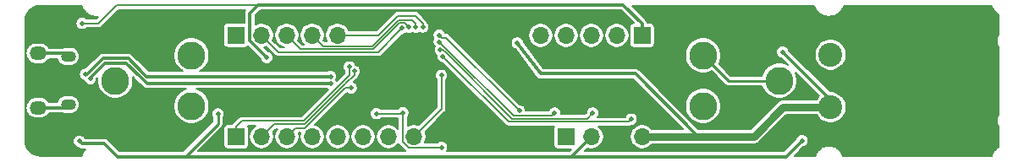
<source format=gbl>
G04 #@! TF.GenerationSoftware,KiCad,Pcbnew,(5.1.5-0-10_14)*
G04 #@! TF.CreationDate,2020-02-01T20:04:34-08:00*
G04 #@! TF.ProjectId,18650,31383635-302e-46b6-9963-61645f706362,rev?*
G04 #@! TF.SameCoordinates,Original*
G04 #@! TF.FileFunction,Copper,L2,Bot*
G04 #@! TF.FilePolarity,Positive*
%FSLAX46Y46*%
G04 Gerber Fmt 4.6, Leading zero omitted, Abs format (unit mm)*
G04 Created by KiCad (PCBNEW (5.1.5-0-10_14)) date 2020-02-01 20:04:34*
%MOMM*%
%LPD*%
G04 APERTURE LIST*
%ADD10C,2.800000*%
%ADD11O,1.700000X1.700000*%
%ADD12R,1.700000X1.700000*%
%ADD13O,1.700000X1.350000*%
%ADD14O,1.500000X1.100000*%
%ADD15C,2.400000*%
%ADD16C,0.508000*%
%ADD17C,0.152400*%
%ADD18C,0.310000*%
%ADD19C,0.254000*%
%ADD20C,0.762000*%
%ADD21C,0.309880*%
G04 APERTURE END LIST*
D10*
X75200000Y-97460000D03*
X75200000Y-102540000D03*
X126400000Y-97460000D03*
X126400000Y-102540000D03*
X134020000Y-100000000D03*
X67580000Y-100000000D03*
D11*
X97460000Y-105610000D03*
X94920000Y-105610000D03*
X92380000Y-105610000D03*
X89840000Y-105610000D03*
X87300000Y-105610000D03*
X84760000Y-105610000D03*
X82220000Y-105610000D03*
D12*
X79680000Y-105610000D03*
X112690000Y-105610000D03*
D11*
X115230000Y-105610000D03*
X117770000Y-105610000D03*
X120310000Y-105610000D03*
D13*
X59885000Y-102705000D03*
X59885000Y-97245000D03*
D14*
X62885000Y-102395000D03*
X62885000Y-97555000D03*
D15*
X139150000Y-102675000D03*
X139150000Y-97375000D03*
D12*
X120300000Y-95450000D03*
D11*
X117760000Y-95450000D03*
X115220000Y-95450000D03*
X112680000Y-95450000D03*
X110140000Y-95450000D03*
D12*
X79660000Y-95440000D03*
D11*
X82200000Y-95440000D03*
X84740000Y-95440000D03*
X87280000Y-95440000D03*
X89820000Y-95440000D03*
D16*
X96360000Y-103215000D03*
X93720000Y-103305000D03*
X100230000Y-106695000D03*
X113850000Y-93850000D03*
X117425000Y-93875000D03*
X153500000Y-102650000D03*
X109800000Y-93825000D03*
X101180000Y-104245000D03*
X102650000Y-94365000D03*
X91420000Y-94105000D03*
X90820000Y-102125000D03*
X99160000Y-102385000D03*
X100850000Y-99035000D03*
X100190000Y-94605000D03*
X82750000Y-97675000D03*
X64275000Y-94250000D03*
X134350000Y-97125000D03*
X107810000Y-96215000D03*
X136300000Y-106000000D03*
X64000000Y-106075000D03*
X77860000Y-103335000D03*
X100220000Y-99455000D03*
X91500000Y-99045000D03*
X91002751Y-98610388D03*
X96302797Y-94688426D03*
X96960384Y-94627410D03*
X97638743Y-94643743D03*
X98360000Y-94605000D03*
X64616513Y-99341513D03*
X89130000Y-99585000D03*
X65083487Y-99808487D03*
X89150000Y-100265000D03*
X119200000Y-103855000D03*
X100376835Y-97575417D03*
X115350000Y-103235000D03*
X100108408Y-96881683D03*
X100004885Y-96095646D03*
X111550000Y-103235000D03*
X100000000Y-95425000D03*
X108010000Y-103015000D03*
X91190000Y-100735000D03*
D17*
X96270000Y-103305000D02*
X96360000Y-103215000D01*
X93720000Y-103305000D02*
X96270000Y-103305000D01*
X96360000Y-103215000D02*
X96360000Y-106106330D01*
X100230000Y-106695000D02*
X96930000Y-106695000D01*
X96910000Y-106675000D02*
X96942271Y-106688601D01*
X96930000Y-106695000D02*
X96910000Y-106675000D01*
X96360000Y-106106330D02*
X96910000Y-106675000D01*
D18*
X62575000Y-102705000D02*
X62885000Y-102395000D01*
X59885000Y-102705000D02*
X62575000Y-102705000D01*
X62575000Y-97245000D02*
X62885000Y-97555000D01*
X59885000Y-97245000D02*
X62575000Y-97245000D01*
X120300000Y-95450000D02*
X120300000Y-94290000D01*
X120300000Y-94290000D02*
X118410000Y-92400000D01*
X118410000Y-92400000D02*
X81875000Y-92400000D01*
X81042599Y-95951449D02*
X81042599Y-93232401D01*
X82750000Y-97675000D02*
X81042599Y-95951449D01*
X81042599Y-93232401D02*
X81875000Y-92400000D01*
D19*
X128940000Y-100000000D02*
X126400000Y-97460000D01*
X134020000Y-100000000D02*
X128940000Y-100000000D01*
D17*
X64275000Y-94250000D02*
X65875000Y-94250000D01*
X65875000Y-94250000D02*
X67725000Y-92400000D01*
X67725000Y-92400000D02*
X81875000Y-92400000D01*
D18*
X139150000Y-101925000D02*
X139150000Y-102675000D01*
X134350000Y-97125000D02*
X139150000Y-101925000D01*
D20*
X121512081Y-105610000D02*
X120310000Y-105610000D01*
X125935000Y-105610000D02*
X121512081Y-105610000D01*
X139150000Y-102675000D02*
X134400000Y-102675000D01*
X131465000Y-105610000D02*
X125935000Y-105610000D01*
X134400000Y-102675000D02*
X131465000Y-105610000D01*
D18*
X119625000Y-99300000D02*
X125935000Y-105610000D01*
X110140790Y-99300000D02*
X119625000Y-99300000D01*
X107810000Y-96215000D02*
X110140790Y-99300000D01*
X113230000Y-107610000D02*
X115230000Y-105610000D01*
X77365000Y-107610000D02*
X113230000Y-107610000D01*
X75135000Y-107610000D02*
X77365000Y-107610000D01*
X74565000Y-107610000D02*
X75135000Y-107610000D01*
X67785000Y-107610000D02*
X73410000Y-107610000D01*
X64440000Y-106330000D02*
X66505000Y-106330000D01*
X66505000Y-106330000D02*
X67785000Y-107610000D01*
X73410000Y-107610000D02*
X74565000Y-107610000D01*
X134690000Y-107610000D02*
X113230000Y-107610000D01*
X136300000Y-106000000D02*
X134690000Y-107610000D01*
X64438999Y-106328999D02*
X64440000Y-106330000D01*
X64253999Y-106328999D02*
X64438999Y-106328999D01*
X64000000Y-106075000D02*
X64253999Y-106328999D01*
X74708604Y-107610000D02*
X74565000Y-107610000D01*
D19*
X77860000Y-104315000D02*
X74565000Y-107610000D01*
X77860000Y-103335000D02*
X77860000Y-104315000D01*
D17*
X100220000Y-102850000D02*
X97460000Y-105610000D01*
X100220000Y-99455000D02*
X100220000Y-102850000D01*
X83485000Y-104345000D02*
X82220000Y-105610000D01*
X86540000Y-104345000D02*
X83485000Y-104345000D01*
X90610000Y-100275000D02*
X86540000Y-104345000D01*
X90629210Y-100275000D02*
X90610000Y-100275000D01*
X91500000Y-99404210D02*
X90629210Y-100275000D01*
X91500000Y-99045000D02*
X91500000Y-99404210D01*
X91002751Y-99442249D02*
X91002751Y-98610388D01*
X79680000Y-104607600D02*
X80262600Y-104025000D01*
X86420000Y-104025000D02*
X91002751Y-99442249D01*
X80262600Y-104025000D02*
X86420000Y-104025000D01*
X79680000Y-105610000D02*
X79680000Y-104607600D01*
X96048798Y-94942425D02*
X96302797Y-94688426D01*
X82200000Y-95440000D02*
X83888223Y-97128223D01*
X93863000Y-97128223D02*
X96048798Y-94942425D01*
X83888223Y-97128223D02*
X93863000Y-97128223D01*
X84740000Y-95440000D02*
X86123412Y-96823412D01*
X86123412Y-96823412D02*
X93430522Y-96823412D01*
X93430522Y-96823412D02*
X93430522Y-96814478D01*
X96706385Y-94373411D02*
X96960384Y-94627410D01*
X96048934Y-94205000D02*
X96537974Y-94205000D01*
X96537974Y-94205000D02*
X96706385Y-94373411D01*
X93430522Y-96823412D02*
X96048934Y-94205000D01*
X95913744Y-93900189D02*
X97254399Y-93900189D01*
X87280000Y-95440000D02*
X88358601Y-96518601D01*
X97638743Y-94284533D02*
X97638743Y-94643743D01*
X88358601Y-96518601D02*
X93295332Y-96518601D01*
X93295332Y-96518601D02*
X95913744Y-93900189D01*
X97254399Y-93900189D02*
X97638743Y-94284533D01*
X93895000Y-95440000D02*
X89820000Y-95440000D01*
X95860000Y-93475000D02*
X93895000Y-95440000D01*
X97589210Y-93475000D02*
X95860000Y-93475000D01*
X98360000Y-94245790D02*
X97589210Y-93475000D01*
X98360000Y-94605000D02*
X98360000Y-94245790D01*
D21*
X70320742Y-99168860D02*
X68895742Y-97743860D01*
X64756605Y-99341513D02*
X64616513Y-99341513D01*
X66354258Y-97743860D02*
X64756605Y-99341513D01*
X68895742Y-97743860D02*
X66354258Y-97743860D01*
D18*
X70740000Y-99585000D02*
X70650000Y-99495000D01*
X89130000Y-99585000D02*
X70740000Y-99585000D01*
X70320790Y-99168812D02*
X70650000Y-99495000D01*
D21*
X70129258Y-99631140D02*
X68704258Y-98206140D01*
X65083487Y-99668395D02*
X65083487Y-99808487D01*
X66545742Y-98206140D02*
X65083487Y-99668395D01*
X68704258Y-98206140D02*
X66545742Y-98206140D01*
D18*
X89150000Y-100265000D02*
X89160000Y-100265000D01*
X70763118Y-100265000D02*
X70129258Y-99631140D01*
X89150000Y-100265000D02*
X70763118Y-100265000D01*
D17*
X118946001Y-104108999D02*
X106910417Y-104108999D01*
X106910417Y-104108999D02*
X100630834Y-97829416D01*
X100630834Y-97829416D02*
X100376835Y-97575417D01*
X119200000Y-103855000D02*
X118946001Y-104108999D01*
X115350000Y-103235000D02*
X114782587Y-103802413D01*
X107286346Y-103802413D02*
X100663745Y-97179812D01*
X114782587Y-103802413D02*
X107286346Y-103802413D01*
X100663745Y-97179812D02*
X100657984Y-97179812D01*
X100657984Y-97179812D02*
X100359855Y-96881683D01*
X100359855Y-96881683D02*
X100108408Y-96881683D01*
X100004885Y-96095646D02*
X100784240Y-96875001D01*
X100790000Y-96875001D02*
X107412601Y-103497602D01*
X111296001Y-103488999D02*
X111550000Y-103235000D01*
X100784240Y-96875001D02*
X100790000Y-96875001D01*
X107412601Y-103497602D02*
X111287398Y-103497602D01*
X111287398Y-103497602D02*
X111296001Y-103488999D01*
X100673999Y-95678999D02*
X107756001Y-102761001D01*
X100253999Y-95678999D02*
X100673999Y-95678999D01*
X107756001Y-102761001D02*
X108010000Y-103015000D01*
X100000000Y-95425000D02*
X100253999Y-95678999D01*
X85609999Y-104760001D02*
X84760000Y-105610000D01*
X91190000Y-100735000D02*
X90581066Y-100735000D01*
X90581066Y-100735000D02*
X86556065Y-104760001D01*
X86556065Y-104760001D02*
X85609999Y-104760001D01*
G36*
X64239807Y-92575812D02*
G01*
X64256634Y-92615071D01*
X64272906Y-92654551D01*
X64276035Y-92660338D01*
X64379459Y-92848466D01*
X64403579Y-92883692D01*
X64427221Y-92919276D01*
X64431415Y-92924346D01*
X64569410Y-93088801D01*
X64599915Y-93118674D01*
X64630015Y-93148985D01*
X64635114Y-93153144D01*
X64802424Y-93287664D01*
X64838121Y-93311024D01*
X64873567Y-93334932D01*
X64879376Y-93338021D01*
X65069630Y-93437482D01*
X65109232Y-93453482D01*
X65148595Y-93470029D01*
X65154893Y-93471931D01*
X65360842Y-93532545D01*
X65402805Y-93540550D01*
X65444627Y-93549135D01*
X65451175Y-93549777D01*
X65664974Y-93569234D01*
X65707712Y-93568936D01*
X65750384Y-93569234D01*
X65756932Y-93568592D01*
X65756934Y-93568592D01*
X65903766Y-93553159D01*
X65679326Y-93777600D01*
X64722121Y-93777600D01*
X64689478Y-93744957D01*
X64582985Y-93673800D01*
X64464656Y-93624787D01*
X64339039Y-93599800D01*
X64210961Y-93599800D01*
X64085344Y-93624787D01*
X63967015Y-93673800D01*
X63860522Y-93744957D01*
X63769957Y-93835522D01*
X63698800Y-93942015D01*
X63649787Y-94060344D01*
X63624800Y-94185961D01*
X63624800Y-94314039D01*
X63649787Y-94439656D01*
X63698800Y-94557985D01*
X63769957Y-94664478D01*
X63860522Y-94755043D01*
X63967015Y-94826200D01*
X64085344Y-94875213D01*
X64210961Y-94900200D01*
X64339039Y-94900200D01*
X64464656Y-94875213D01*
X64582985Y-94826200D01*
X64689478Y-94755043D01*
X64722121Y-94722400D01*
X65851800Y-94722400D01*
X65875000Y-94724685D01*
X65917745Y-94720475D01*
X65967606Y-94715564D01*
X66056654Y-94688552D01*
X66138721Y-94644686D01*
X66210653Y-94585653D01*
X66225444Y-94567630D01*
X67920675Y-92872400D01*
X80624988Y-92872400D01*
X80582076Y-92924689D01*
X80530893Y-93020446D01*
X80499375Y-93124347D01*
X80488733Y-93232401D01*
X80491400Y-93259480D01*
X80491400Y-94191883D01*
X78810000Y-94191883D01*
X78732331Y-94199533D01*
X78657647Y-94222188D01*
X78588818Y-94258978D01*
X78528489Y-94308489D01*
X78478978Y-94368818D01*
X78442188Y-94437647D01*
X78419533Y-94512331D01*
X78411883Y-94590000D01*
X78411883Y-96290000D01*
X78419533Y-96367669D01*
X78442188Y-96442353D01*
X78478978Y-96511182D01*
X78528489Y-96571511D01*
X78588818Y-96621022D01*
X78657647Y-96657812D01*
X78732331Y-96680467D01*
X78810000Y-96688117D01*
X80510000Y-96688117D01*
X80587669Y-96680467D01*
X80662353Y-96657812D01*
X80731182Y-96621022D01*
X80791511Y-96571511D01*
X80832049Y-96522116D01*
X82115435Y-97817643D01*
X82124787Y-97864656D01*
X82173800Y-97982985D01*
X82244957Y-98089478D01*
X82335522Y-98180043D01*
X82442015Y-98251200D01*
X82560344Y-98300213D01*
X82685961Y-98325200D01*
X82814039Y-98325200D01*
X82939656Y-98300213D01*
X83057985Y-98251200D01*
X83164478Y-98180043D01*
X83255043Y-98089478D01*
X83326200Y-97982985D01*
X83375213Y-97864656D01*
X83400200Y-97739039D01*
X83400200Y-97610961D01*
X83375213Y-97485344D01*
X83326200Y-97367015D01*
X83255043Y-97260522D01*
X83164478Y-97169957D01*
X83057985Y-97098800D01*
X82939656Y-97049787D01*
X82898383Y-97041577D01*
X82509529Y-96649045D01*
X82563503Y-96638309D01*
X82681400Y-96589475D01*
X83537783Y-97445858D01*
X83552570Y-97463876D01*
X83570588Y-97478663D01*
X83570590Y-97478665D01*
X83591237Y-97495609D01*
X83624502Y-97522909D01*
X83706569Y-97566775D01*
X83768604Y-97585593D01*
X83795616Y-97593787D01*
X83888223Y-97602908D01*
X83911423Y-97600623D01*
X93839800Y-97600623D01*
X93863000Y-97602908D01*
X93955606Y-97593787D01*
X94044654Y-97566775D01*
X94126721Y-97522909D01*
X94198653Y-97463876D01*
X94213444Y-97445853D01*
X96320671Y-95338626D01*
X96366836Y-95338626D01*
X96492453Y-95313639D01*
X96610782Y-95264626D01*
X96683079Y-95216318D01*
X96770728Y-95252623D01*
X96896345Y-95277610D01*
X97024423Y-95277610D01*
X97150040Y-95252623D01*
X97268369Y-95203610D01*
X97287342Y-95190933D01*
X97330758Y-95219943D01*
X97449087Y-95268956D01*
X97574704Y-95293943D01*
X97702782Y-95293943D01*
X97828399Y-95268956D01*
X97946728Y-95219943D01*
X98028363Y-95165396D01*
X98052015Y-95181200D01*
X98170344Y-95230213D01*
X98295961Y-95255200D01*
X98424039Y-95255200D01*
X98549656Y-95230213D01*
X98667985Y-95181200D01*
X98774478Y-95110043D01*
X98865043Y-95019478D01*
X98936200Y-94912985D01*
X98985213Y-94794656D01*
X99010200Y-94669039D01*
X99010200Y-94540961D01*
X98985213Y-94415344D01*
X98936200Y-94297015D01*
X98865043Y-94190522D01*
X98824632Y-94150111D01*
X98798552Y-94064135D01*
X98754686Y-93982069D01*
X98710442Y-93928157D01*
X98710440Y-93928155D01*
X98695653Y-93910137D01*
X98677635Y-93895350D01*
X97939654Y-93157370D01*
X97924863Y-93139347D01*
X97852931Y-93080314D01*
X97770864Y-93036448D01*
X97681816Y-93009436D01*
X97612410Y-93002600D01*
X97589210Y-93000315D01*
X97566010Y-93002600D01*
X95883200Y-93002600D01*
X95860000Y-93000315D01*
X95767394Y-93009436D01*
X95678345Y-93036448D01*
X95596279Y-93080314D01*
X95542625Y-93124347D01*
X95524347Y-93139347D01*
X95509560Y-93157365D01*
X93699326Y-94967600D01*
X90973202Y-94967600D01*
X90924368Y-94849703D01*
X90787987Y-94645594D01*
X90614406Y-94472013D01*
X90410297Y-94335632D01*
X90183503Y-94241691D01*
X89942740Y-94193800D01*
X89697260Y-94193800D01*
X89456497Y-94241691D01*
X89229703Y-94335632D01*
X89025594Y-94472013D01*
X88852013Y-94645594D01*
X88715632Y-94849703D01*
X88621691Y-95076497D01*
X88573800Y-95317260D01*
X88573800Y-95562740D01*
X88621691Y-95803503D01*
X88715632Y-96030297D01*
X88726259Y-96046201D01*
X88554276Y-96046201D01*
X88429475Y-95921400D01*
X88478309Y-95803503D01*
X88526200Y-95562740D01*
X88526200Y-95317260D01*
X88478309Y-95076497D01*
X88384368Y-94849703D01*
X88247987Y-94645594D01*
X88074406Y-94472013D01*
X87870297Y-94335632D01*
X87643503Y-94241691D01*
X87402740Y-94193800D01*
X87157260Y-94193800D01*
X86916497Y-94241691D01*
X86689703Y-94335632D01*
X86485594Y-94472013D01*
X86312013Y-94645594D01*
X86175632Y-94849703D01*
X86081691Y-95076497D01*
X86033800Y-95317260D01*
X86033800Y-95562740D01*
X86081691Y-95803503D01*
X86175632Y-96030297D01*
X86312013Y-96234406D01*
X86428619Y-96351012D01*
X86319087Y-96351012D01*
X85889475Y-95921400D01*
X85938309Y-95803503D01*
X85986200Y-95562740D01*
X85986200Y-95317260D01*
X85938309Y-95076497D01*
X85844368Y-94849703D01*
X85707987Y-94645594D01*
X85534406Y-94472013D01*
X85330297Y-94335632D01*
X85103503Y-94241691D01*
X84862740Y-94193800D01*
X84617260Y-94193800D01*
X84376497Y-94241691D01*
X84149703Y-94335632D01*
X83945594Y-94472013D01*
X83772013Y-94645594D01*
X83635632Y-94849703D01*
X83541691Y-95076497D01*
X83493800Y-95317260D01*
X83493800Y-95562740D01*
X83541691Y-95803503D01*
X83635632Y-96030297D01*
X83772013Y-96234406D01*
X83945594Y-96407987D01*
X84149703Y-96544368D01*
X84376497Y-96638309D01*
X84464545Y-96655823D01*
X84083898Y-96655823D01*
X83349475Y-95921400D01*
X83398309Y-95803503D01*
X83446200Y-95562740D01*
X83446200Y-95317260D01*
X83398309Y-95076497D01*
X83304368Y-94849703D01*
X83167987Y-94645594D01*
X82994406Y-94472013D01*
X82790297Y-94335632D01*
X82563503Y-94241691D01*
X82322740Y-94193800D01*
X82077260Y-94193800D01*
X81836497Y-94241691D01*
X81609703Y-94335632D01*
X81593799Y-94346259D01*
X81593799Y-93460715D01*
X82103315Y-92951200D01*
X118181686Y-92951200D01*
X119433949Y-94203464D01*
X119372331Y-94209533D01*
X119297647Y-94232188D01*
X119228818Y-94268978D01*
X119168489Y-94318489D01*
X119118978Y-94378818D01*
X119082188Y-94447647D01*
X119059533Y-94522331D01*
X119051883Y-94600000D01*
X119051883Y-96300000D01*
X119059533Y-96377669D01*
X119082188Y-96452353D01*
X119118978Y-96521182D01*
X119168489Y-96581511D01*
X119228818Y-96631022D01*
X119297647Y-96667812D01*
X119372331Y-96690467D01*
X119450000Y-96698117D01*
X121150000Y-96698117D01*
X121227669Y-96690467D01*
X121302353Y-96667812D01*
X121371182Y-96631022D01*
X121431511Y-96581511D01*
X121481022Y-96521182D01*
X121517812Y-96452353D01*
X121540467Y-96377669D01*
X121548117Y-96300000D01*
X121548117Y-94600000D01*
X121540467Y-94522331D01*
X121517812Y-94447647D01*
X121481022Y-94378818D01*
X121431511Y-94318489D01*
X121371182Y-94268978D01*
X121302353Y-94232188D01*
X121227669Y-94209533D01*
X121150000Y-94201883D01*
X120845189Y-94201883D01*
X120843225Y-94181945D01*
X120827465Y-94129995D01*
X120811706Y-94078044D01*
X120779896Y-94018530D01*
X120760524Y-93982287D01*
X120708905Y-93919390D01*
X120708902Y-93919387D01*
X120691643Y-93898357D01*
X120670613Y-93881098D01*
X119260714Y-92471200D01*
X137506622Y-92471200D01*
X137539807Y-92575812D01*
X137556634Y-92615071D01*
X137572906Y-92654551D01*
X137576035Y-92660338D01*
X137679459Y-92848466D01*
X137703579Y-92883692D01*
X137727221Y-92919276D01*
X137731415Y-92924346D01*
X137869410Y-93088801D01*
X137899915Y-93118674D01*
X137930015Y-93148985D01*
X137935114Y-93153144D01*
X138102424Y-93287664D01*
X138138121Y-93311024D01*
X138173567Y-93334932D01*
X138179376Y-93338021D01*
X138369630Y-93437482D01*
X138409232Y-93453482D01*
X138448595Y-93470029D01*
X138454893Y-93471931D01*
X138660842Y-93532545D01*
X138702805Y-93540550D01*
X138744627Y-93549135D01*
X138751175Y-93549777D01*
X138964974Y-93569234D01*
X139007712Y-93568936D01*
X139050384Y-93569234D01*
X139056932Y-93568592D01*
X139056934Y-93568592D01*
X139270439Y-93546152D01*
X139312290Y-93537561D01*
X139354227Y-93529561D01*
X139360525Y-93527660D01*
X139565606Y-93464176D01*
X139604989Y-93447621D01*
X139644572Y-93431628D01*
X139650381Y-93428540D01*
X139839226Y-93326432D01*
X139874662Y-93302530D01*
X139910366Y-93279166D01*
X139915465Y-93275008D01*
X140080881Y-93138165D01*
X140110980Y-93107855D01*
X140141489Y-93077979D01*
X140145683Y-93072909D01*
X140281367Y-92906542D01*
X140304982Y-92870999D01*
X140329128Y-92835734D01*
X140332258Y-92829947D01*
X140433045Y-92640393D01*
X140449317Y-92600914D01*
X140466144Y-92561654D01*
X140468090Y-92555369D01*
X140493502Y-92471200D01*
X155256622Y-92471200D01*
X155289807Y-92575812D01*
X155306634Y-92615071D01*
X155322906Y-92654551D01*
X155326035Y-92660338D01*
X155429459Y-92848466D01*
X155453579Y-92883692D01*
X155477221Y-92919276D01*
X155481415Y-92924346D01*
X155619410Y-93088801D01*
X155649915Y-93118674D01*
X155680015Y-93148985D01*
X155685114Y-93153144D01*
X155852424Y-93287664D01*
X155888121Y-93311024D01*
X155923567Y-93334932D01*
X155929376Y-93338021D01*
X155973800Y-93361245D01*
X155973800Y-95386143D01*
X155875840Y-95532752D01*
X155801481Y-95712270D01*
X155763573Y-95902845D01*
X155763573Y-96097155D01*
X155801481Y-96287730D01*
X155875840Y-96467248D01*
X155973800Y-96613857D01*
X155973800Y-103386143D01*
X155875840Y-103532752D01*
X155801481Y-103712270D01*
X155763573Y-103902845D01*
X155763573Y-104097155D01*
X155801481Y-104287730D01*
X155875840Y-104467248D01*
X155973800Y-104613857D01*
X155973800Y-106639490D01*
X155910774Y-106673568D01*
X155875353Y-106697460D01*
X155839634Y-106720834D01*
X155834535Y-106724992D01*
X155669119Y-106861835D01*
X155639003Y-106892162D01*
X155608511Y-106922021D01*
X155604322Y-106927085D01*
X155604319Y-106927088D01*
X155604317Y-106927091D01*
X155468632Y-107093458D01*
X155445000Y-107129027D01*
X155420872Y-107164266D01*
X155417742Y-107170054D01*
X155316954Y-107359607D01*
X155300657Y-107399147D01*
X155283856Y-107438346D01*
X155281910Y-107444631D01*
X155256498Y-107528800D01*
X140388967Y-107528800D01*
X140368278Y-107463580D01*
X140351456Y-107424331D01*
X140335180Y-107384843D01*
X140332051Y-107379055D01*
X140238028Y-107208030D01*
X140213882Y-107172765D01*
X140190267Y-107137222D01*
X140186074Y-107132152D01*
X140060624Y-106982646D01*
X140030115Y-106952770D01*
X140000016Y-106922460D01*
X139994918Y-106918302D01*
X139842818Y-106796011D01*
X139807088Y-106772630D01*
X139771678Y-106748746D01*
X139765869Y-106745657D01*
X139592914Y-106655238D01*
X139553324Y-106639243D01*
X139513943Y-106622688D01*
X139507645Y-106620787D01*
X139320419Y-106565684D01*
X139278490Y-106557686D01*
X139236636Y-106549094D01*
X139230088Y-106548452D01*
X139035727Y-106530763D01*
X138993019Y-106531061D01*
X138950311Y-106530763D01*
X138943764Y-106531405D01*
X138749667Y-106551806D01*
X138707826Y-106560395D01*
X138665883Y-106568396D01*
X138659589Y-106570297D01*
X138659583Y-106570298D01*
X138659577Y-106570300D01*
X138473147Y-106628010D01*
X138433772Y-106644561D01*
X138394180Y-106660558D01*
X138388370Y-106663646D01*
X138216694Y-106756471D01*
X138181288Y-106780353D01*
X138145550Y-106803739D01*
X138140452Y-106807897D01*
X137990074Y-106932301D01*
X137959993Y-106962592D01*
X137929469Y-106992484D01*
X137925275Y-106997554D01*
X137801925Y-107148796D01*
X137778283Y-107184380D01*
X137754163Y-107219606D01*
X137751034Y-107225393D01*
X137659409Y-107397715D01*
X137643134Y-107437201D01*
X137626311Y-107476453D01*
X137624365Y-107482738D01*
X137610458Y-107528800D01*
X135550714Y-107528800D01*
X136445523Y-106633992D01*
X136489656Y-106625213D01*
X136607985Y-106576200D01*
X136714478Y-106505043D01*
X136805043Y-106414478D01*
X136876200Y-106307985D01*
X136925213Y-106189656D01*
X136950200Y-106064039D01*
X136950200Y-105935961D01*
X136925213Y-105810344D01*
X136876200Y-105692015D01*
X136805043Y-105585522D01*
X136714478Y-105494957D01*
X136607985Y-105423800D01*
X136489656Y-105374787D01*
X136364039Y-105349800D01*
X136235961Y-105349800D01*
X136110344Y-105374787D01*
X135992015Y-105423800D01*
X135885522Y-105494957D01*
X135794957Y-105585522D01*
X135723800Y-105692015D01*
X135674787Y-105810344D01*
X135666008Y-105854477D01*
X134461686Y-107058800D01*
X114560714Y-107058800D01*
X114827400Y-106792114D01*
X114866497Y-106808309D01*
X115107260Y-106856200D01*
X115352740Y-106856200D01*
X115593503Y-106808309D01*
X115820297Y-106714368D01*
X116024406Y-106577987D01*
X116197987Y-106404406D01*
X116334368Y-106200297D01*
X116428309Y-105973503D01*
X116476200Y-105732740D01*
X116476200Y-105487260D01*
X116428309Y-105246497D01*
X116334368Y-105019703D01*
X116197987Y-104815594D01*
X116024406Y-104642013D01*
X115933691Y-104581399D01*
X118922801Y-104581399D01*
X118946001Y-104583684D01*
X119038607Y-104574563D01*
X119038610Y-104574562D01*
X119127655Y-104547551D01*
X119206888Y-104505200D01*
X119264039Y-104505200D01*
X119389656Y-104480213D01*
X119507985Y-104431200D01*
X119614478Y-104360043D01*
X119705043Y-104269478D01*
X119776200Y-104162985D01*
X119825213Y-104044656D01*
X119850200Y-103919039D01*
X119850200Y-103790961D01*
X119825213Y-103665344D01*
X119776200Y-103547015D01*
X119705043Y-103440522D01*
X119614478Y-103349957D01*
X119507985Y-103278800D01*
X119389656Y-103229787D01*
X119264039Y-103204800D01*
X119135961Y-103204800D01*
X119010344Y-103229787D01*
X118892015Y-103278800D01*
X118785522Y-103349957D01*
X118694957Y-103440522D01*
X118623800Y-103547015D01*
X118586693Y-103636599D01*
X115863649Y-103636599D01*
X115926200Y-103542985D01*
X115975213Y-103424656D01*
X116000200Y-103299039D01*
X116000200Y-103170961D01*
X115975213Y-103045344D01*
X115926200Y-102927015D01*
X115855043Y-102820522D01*
X115764478Y-102729957D01*
X115657985Y-102658800D01*
X115539656Y-102609787D01*
X115414039Y-102584800D01*
X115285961Y-102584800D01*
X115160344Y-102609787D01*
X115042015Y-102658800D01*
X114935522Y-102729957D01*
X114844957Y-102820522D01*
X114773800Y-102927015D01*
X114724787Y-103045344D01*
X114699800Y-103170961D01*
X114699800Y-103217126D01*
X114586913Y-103330013D01*
X112194039Y-103330013D01*
X112200200Y-103299039D01*
X112200200Y-103170961D01*
X112175213Y-103045344D01*
X112126200Y-102927015D01*
X112055043Y-102820522D01*
X111964478Y-102729957D01*
X111857985Y-102658800D01*
X111739656Y-102609787D01*
X111614039Y-102584800D01*
X111485961Y-102584800D01*
X111360344Y-102609787D01*
X111242015Y-102658800D01*
X111135522Y-102729957D01*
X111044957Y-102820522D01*
X110973800Y-102927015D01*
X110933130Y-103025202D01*
X108660200Y-103025202D01*
X108660200Y-102950961D01*
X108635213Y-102825344D01*
X108586200Y-102707015D01*
X108515043Y-102600522D01*
X108424478Y-102509957D01*
X108317985Y-102438800D01*
X108199656Y-102389787D01*
X108074039Y-102364800D01*
X108027874Y-102364800D01*
X101814035Y-96150961D01*
X107159800Y-96150961D01*
X107159800Y-96279039D01*
X107184787Y-96404656D01*
X107233800Y-96522985D01*
X107304957Y-96629478D01*
X107395522Y-96720043D01*
X107502015Y-96791200D01*
X107578411Y-96822844D01*
X109675002Y-99597864D01*
X109680266Y-99607712D01*
X109707678Y-99641113D01*
X109717322Y-99653878D01*
X109724848Y-99662035D01*
X109749147Y-99691643D01*
X109761583Y-99701849D01*
X109772498Y-99713679D01*
X109803470Y-99736225D01*
X109833078Y-99760524D01*
X109847272Y-99768111D01*
X109860280Y-99777580D01*
X109895049Y-99793648D01*
X109928834Y-99811706D01*
X109944234Y-99816378D01*
X109958841Y-99823128D01*
X109996069Y-99832102D01*
X110032736Y-99843225D01*
X110048759Y-99844803D01*
X110064394Y-99848572D01*
X110102654Y-99850111D01*
X110113711Y-99851200D01*
X110129727Y-99851200D01*
X110172884Y-99852936D01*
X110183911Y-99851200D01*
X119396686Y-99851200D01*
X124378285Y-104832800D01*
X121289484Y-104832800D01*
X121277987Y-104815594D01*
X121104406Y-104642013D01*
X120900297Y-104505632D01*
X120673503Y-104411691D01*
X120432740Y-104363800D01*
X120187260Y-104363800D01*
X119946497Y-104411691D01*
X119719703Y-104505632D01*
X119515594Y-104642013D01*
X119342013Y-104815594D01*
X119205632Y-105019703D01*
X119111691Y-105246497D01*
X119063800Y-105487260D01*
X119063800Y-105732740D01*
X119111691Y-105973503D01*
X119205632Y-106200297D01*
X119342013Y-106404406D01*
X119515594Y-106577987D01*
X119719703Y-106714368D01*
X119946497Y-106808309D01*
X120187260Y-106856200D01*
X120432740Y-106856200D01*
X120673503Y-106808309D01*
X120900297Y-106714368D01*
X121104406Y-106577987D01*
X121277987Y-106404406D01*
X121289484Y-106387200D01*
X131426832Y-106387200D01*
X131465000Y-106390959D01*
X131503168Y-106387200D01*
X131503176Y-106387200D01*
X131617358Y-106375954D01*
X131763860Y-106331513D01*
X131898878Y-106259345D01*
X132017222Y-106162222D01*
X132041566Y-106132560D01*
X134721927Y-103452200D01*
X137749575Y-103452200D01*
X137910151Y-103692518D01*
X138132482Y-103914849D01*
X138393916Y-104089534D01*
X138684406Y-104209859D01*
X138992788Y-104271200D01*
X139307212Y-104271200D01*
X139615594Y-104209859D01*
X139906084Y-104089534D01*
X140167518Y-103914849D01*
X140389849Y-103692518D01*
X140564534Y-103431084D01*
X140684859Y-103140594D01*
X140746200Y-102832212D01*
X140746200Y-102517788D01*
X140684859Y-102209406D01*
X140564534Y-101918916D01*
X140389849Y-101657482D01*
X140167518Y-101435151D01*
X139906084Y-101260466D01*
X139615594Y-101140141D01*
X139307212Y-101078800D01*
X139083314Y-101078800D01*
X135222302Y-97217788D01*
X137553800Y-97217788D01*
X137553800Y-97532212D01*
X137615141Y-97840594D01*
X137735466Y-98131084D01*
X137910151Y-98392518D01*
X138132482Y-98614849D01*
X138393916Y-98789534D01*
X138684406Y-98909859D01*
X138992788Y-98971200D01*
X139307212Y-98971200D01*
X139615594Y-98909859D01*
X139906084Y-98789534D01*
X140167518Y-98614849D01*
X140389849Y-98392518D01*
X140564534Y-98131084D01*
X140684859Y-97840594D01*
X140746200Y-97532212D01*
X140746200Y-97217788D01*
X140684859Y-96909406D01*
X140564534Y-96618916D01*
X140389849Y-96357482D01*
X140167518Y-96135151D01*
X139906084Y-95960466D01*
X139615594Y-95840141D01*
X139307212Y-95778800D01*
X138992788Y-95778800D01*
X138684406Y-95840141D01*
X138393916Y-95960466D01*
X138132482Y-96135151D01*
X137910151Y-96357482D01*
X137735466Y-96618916D01*
X137615141Y-96909406D01*
X137553800Y-97217788D01*
X135222302Y-97217788D01*
X134983992Y-96979478D01*
X134975213Y-96935344D01*
X134926200Y-96817015D01*
X134855043Y-96710522D01*
X134764478Y-96619957D01*
X134657985Y-96548800D01*
X134539656Y-96499787D01*
X134414039Y-96474800D01*
X134285961Y-96474800D01*
X134160344Y-96499787D01*
X134042015Y-96548800D01*
X133935522Y-96619957D01*
X133844957Y-96710522D01*
X133773800Y-96817015D01*
X133724787Y-96935344D01*
X133699800Y-97060961D01*
X133699800Y-97189039D01*
X133724787Y-97314656D01*
X133773800Y-97432985D01*
X133844957Y-97539478D01*
X133935522Y-97630043D01*
X134042015Y-97701200D01*
X134160344Y-97750213D01*
X134204478Y-97758992D01*
X134841618Y-98396132D01*
X134543932Y-98272827D01*
X134196910Y-98203800D01*
X133843090Y-98203800D01*
X133496068Y-98272827D01*
X133169180Y-98408228D01*
X132874989Y-98604800D01*
X132624800Y-98854989D01*
X132428228Y-99149180D01*
X132292827Y-99476068D01*
X132292681Y-99476800D01*
X129156717Y-99476800D01*
X127991357Y-98311441D01*
X127991772Y-98310820D01*
X128127173Y-97983932D01*
X128196200Y-97636910D01*
X128196200Y-97283090D01*
X128127173Y-96936068D01*
X127991772Y-96609180D01*
X127795200Y-96314989D01*
X127545011Y-96064800D01*
X127250820Y-95868228D01*
X126923932Y-95732827D01*
X126576910Y-95663800D01*
X126223090Y-95663800D01*
X125876068Y-95732827D01*
X125549180Y-95868228D01*
X125254989Y-96064800D01*
X125004800Y-96314989D01*
X124808228Y-96609180D01*
X124672827Y-96936068D01*
X124603800Y-97283090D01*
X124603800Y-97636910D01*
X124672827Y-97983932D01*
X124808228Y-98310820D01*
X125004800Y-98605011D01*
X125254989Y-98855200D01*
X125549180Y-99051772D01*
X125876068Y-99187173D01*
X126223090Y-99256200D01*
X126576910Y-99256200D01*
X126923932Y-99187173D01*
X127250820Y-99051772D01*
X127251441Y-99051357D01*
X128551873Y-100351790D01*
X128568252Y-100371748D01*
X128647920Y-100437129D01*
X128738811Y-100485712D01*
X128837435Y-100515629D01*
X128914303Y-100523200D01*
X128914312Y-100523200D01*
X128939999Y-100525730D01*
X128965686Y-100523200D01*
X132292681Y-100523200D01*
X132292827Y-100523932D01*
X132428228Y-100850820D01*
X132624800Y-101145011D01*
X132874989Y-101395200D01*
X133169180Y-101591772D01*
X133496068Y-101727173D01*
X133843090Y-101796200D01*
X134196910Y-101796200D01*
X134543932Y-101727173D01*
X134870820Y-101591772D01*
X135165011Y-101395200D01*
X135415200Y-101145011D01*
X135611772Y-100850820D01*
X135747173Y-100523932D01*
X135816200Y-100176910D01*
X135816200Y-99823090D01*
X135747173Y-99476068D01*
X135623868Y-99178382D01*
X138006560Y-101561074D01*
X137910151Y-101657482D01*
X137749575Y-101897800D01*
X134438168Y-101897800D01*
X134400000Y-101894041D01*
X134361832Y-101897800D01*
X134361824Y-101897800D01*
X134260985Y-101907732D01*
X134247641Y-101909046D01*
X134215105Y-101918916D01*
X134101140Y-101953487D01*
X133966122Y-102025655D01*
X133847778Y-102122778D01*
X133823443Y-102152430D01*
X131143075Y-104832800D01*
X125937315Y-104832800D01*
X123467605Y-102363090D01*
X124603800Y-102363090D01*
X124603800Y-102716910D01*
X124672827Y-103063932D01*
X124808228Y-103390820D01*
X125004800Y-103685011D01*
X125254989Y-103935200D01*
X125549180Y-104131772D01*
X125876068Y-104267173D01*
X126223090Y-104336200D01*
X126576910Y-104336200D01*
X126923932Y-104267173D01*
X127250820Y-104131772D01*
X127545011Y-103935200D01*
X127795200Y-103685011D01*
X127991772Y-103390820D01*
X128127173Y-103063932D01*
X128196200Y-102716910D01*
X128196200Y-102363090D01*
X128127173Y-102016068D01*
X127991772Y-101689180D01*
X127795200Y-101394989D01*
X127545011Y-101144800D01*
X127250820Y-100948228D01*
X126923932Y-100812827D01*
X126576910Y-100743800D01*
X126223090Y-100743800D01*
X125876068Y-100812827D01*
X125549180Y-100948228D01*
X125254989Y-101144800D01*
X125004800Y-101394989D01*
X124808228Y-101689180D01*
X124672827Y-102016068D01*
X124603800Y-102363090D01*
X123467605Y-102363090D01*
X120033907Y-98929393D01*
X120016643Y-98908357D01*
X119932712Y-98839476D01*
X119836956Y-98788294D01*
X119733054Y-98756775D01*
X119652079Y-98748800D01*
X119652069Y-98748800D01*
X119625000Y-98746134D01*
X119597931Y-98748800D01*
X110415176Y-98748800D01*
X108460200Y-96161223D01*
X108460200Y-96150961D01*
X108435213Y-96025344D01*
X108386200Y-95907015D01*
X108315043Y-95800522D01*
X108224478Y-95709957D01*
X108117985Y-95638800D01*
X107999656Y-95589787D01*
X107874039Y-95564800D01*
X107745961Y-95564800D01*
X107620344Y-95589787D01*
X107502015Y-95638800D01*
X107395522Y-95709957D01*
X107304957Y-95800522D01*
X107233800Y-95907015D01*
X107184787Y-96025344D01*
X107159800Y-96150961D01*
X101814035Y-96150961D01*
X101024441Y-95361367D01*
X101009652Y-95343346D01*
X100990052Y-95327260D01*
X108893800Y-95327260D01*
X108893800Y-95572740D01*
X108941691Y-95813503D01*
X109035632Y-96040297D01*
X109172013Y-96244406D01*
X109345594Y-96417987D01*
X109549703Y-96554368D01*
X109776497Y-96648309D01*
X110017260Y-96696200D01*
X110262740Y-96696200D01*
X110503503Y-96648309D01*
X110730297Y-96554368D01*
X110934406Y-96417987D01*
X111107987Y-96244406D01*
X111244368Y-96040297D01*
X111338309Y-95813503D01*
X111386200Y-95572740D01*
X111386200Y-95327260D01*
X111433800Y-95327260D01*
X111433800Y-95572740D01*
X111481691Y-95813503D01*
X111575632Y-96040297D01*
X111712013Y-96244406D01*
X111885594Y-96417987D01*
X112089703Y-96554368D01*
X112316497Y-96648309D01*
X112557260Y-96696200D01*
X112802740Y-96696200D01*
X113043503Y-96648309D01*
X113270297Y-96554368D01*
X113474406Y-96417987D01*
X113647987Y-96244406D01*
X113784368Y-96040297D01*
X113878309Y-95813503D01*
X113926200Y-95572740D01*
X113926200Y-95327260D01*
X113973800Y-95327260D01*
X113973800Y-95572740D01*
X114021691Y-95813503D01*
X114115632Y-96040297D01*
X114252013Y-96244406D01*
X114425594Y-96417987D01*
X114629703Y-96554368D01*
X114856497Y-96648309D01*
X115097260Y-96696200D01*
X115342740Y-96696200D01*
X115583503Y-96648309D01*
X115810297Y-96554368D01*
X116014406Y-96417987D01*
X116187987Y-96244406D01*
X116324368Y-96040297D01*
X116418309Y-95813503D01*
X116466200Y-95572740D01*
X116466200Y-95327260D01*
X116513800Y-95327260D01*
X116513800Y-95572740D01*
X116561691Y-95813503D01*
X116655632Y-96040297D01*
X116792013Y-96244406D01*
X116965594Y-96417987D01*
X117169703Y-96554368D01*
X117396497Y-96648309D01*
X117637260Y-96696200D01*
X117882740Y-96696200D01*
X118123503Y-96648309D01*
X118350297Y-96554368D01*
X118554406Y-96417987D01*
X118727987Y-96244406D01*
X118864368Y-96040297D01*
X118958309Y-95813503D01*
X119006200Y-95572740D01*
X119006200Y-95327260D01*
X118958309Y-95086497D01*
X118864368Y-94859703D01*
X118727987Y-94655594D01*
X118554406Y-94482013D01*
X118350297Y-94345632D01*
X118123503Y-94251691D01*
X117882740Y-94203800D01*
X117637260Y-94203800D01*
X117396497Y-94251691D01*
X117169703Y-94345632D01*
X116965594Y-94482013D01*
X116792013Y-94655594D01*
X116655632Y-94859703D01*
X116561691Y-95086497D01*
X116513800Y-95327260D01*
X116466200Y-95327260D01*
X116418309Y-95086497D01*
X116324368Y-94859703D01*
X116187987Y-94655594D01*
X116014406Y-94482013D01*
X115810297Y-94345632D01*
X115583503Y-94251691D01*
X115342740Y-94203800D01*
X115097260Y-94203800D01*
X114856497Y-94251691D01*
X114629703Y-94345632D01*
X114425594Y-94482013D01*
X114252013Y-94655594D01*
X114115632Y-94859703D01*
X114021691Y-95086497D01*
X113973800Y-95327260D01*
X113926200Y-95327260D01*
X113878309Y-95086497D01*
X113784368Y-94859703D01*
X113647987Y-94655594D01*
X113474406Y-94482013D01*
X113270297Y-94345632D01*
X113043503Y-94251691D01*
X112802740Y-94203800D01*
X112557260Y-94203800D01*
X112316497Y-94251691D01*
X112089703Y-94345632D01*
X111885594Y-94482013D01*
X111712013Y-94655594D01*
X111575632Y-94859703D01*
X111481691Y-95086497D01*
X111433800Y-95327260D01*
X111386200Y-95327260D01*
X111338309Y-95086497D01*
X111244368Y-94859703D01*
X111107987Y-94655594D01*
X110934406Y-94482013D01*
X110730297Y-94345632D01*
X110503503Y-94251691D01*
X110262740Y-94203800D01*
X110017260Y-94203800D01*
X109776497Y-94251691D01*
X109549703Y-94345632D01*
X109345594Y-94482013D01*
X109172013Y-94655594D01*
X109035632Y-94859703D01*
X108941691Y-95086497D01*
X108893800Y-95327260D01*
X100990052Y-95327260D01*
X100937720Y-95284313D01*
X100855653Y-95240447D01*
X100766605Y-95213435D01*
X100697199Y-95206599D01*
X100673999Y-95204314D01*
X100650799Y-95206599D01*
X100613307Y-95206599D01*
X100576200Y-95117015D01*
X100505043Y-95010522D01*
X100414478Y-94919957D01*
X100307985Y-94848800D01*
X100189656Y-94799787D01*
X100064039Y-94774800D01*
X99935961Y-94774800D01*
X99810344Y-94799787D01*
X99692015Y-94848800D01*
X99585522Y-94919957D01*
X99494957Y-95010522D01*
X99423800Y-95117015D01*
X99374787Y-95235344D01*
X99349800Y-95360961D01*
X99349800Y-95489039D01*
X99374787Y-95614656D01*
X99423800Y-95732985D01*
X99444509Y-95763978D01*
X99428685Y-95787661D01*
X99379672Y-95905990D01*
X99354685Y-96031607D01*
X99354685Y-96159685D01*
X99379672Y-96285302D01*
X99428685Y-96403631D01*
X99499842Y-96510124D01*
X99544708Y-96554990D01*
X99532208Y-96573698D01*
X99483195Y-96692027D01*
X99458208Y-96817644D01*
X99458208Y-96945722D01*
X99483195Y-97071339D01*
X99532208Y-97189668D01*
X99603365Y-97296161D01*
X99693930Y-97386726D01*
X99744684Y-97420639D01*
X99726635Y-97511378D01*
X99726635Y-97639456D01*
X99751622Y-97765073D01*
X99800635Y-97883402D01*
X99871792Y-97989895D01*
X99962357Y-98080460D01*
X100068850Y-98151617D01*
X100187179Y-98200630D01*
X100312796Y-98225617D01*
X100358961Y-98225617D01*
X106559973Y-104426629D01*
X106574764Y-104444652D01*
X106646696Y-104503685D01*
X106728763Y-104547551D01*
X106817811Y-104574563D01*
X106887217Y-104581399D01*
X106887226Y-104581399D01*
X106910416Y-104583683D01*
X106933606Y-104581399D01*
X111486218Y-104581399D01*
X111472188Y-104607647D01*
X111449533Y-104682331D01*
X111441883Y-104760000D01*
X111441883Y-106460000D01*
X111449533Y-106537669D01*
X111472188Y-106612353D01*
X111508978Y-106681182D01*
X111558489Y-106741511D01*
X111618818Y-106791022D01*
X111687647Y-106827812D01*
X111762331Y-106850467D01*
X111840000Y-106858117D01*
X113202369Y-106858117D01*
X113001686Y-107058800D01*
X100768905Y-107058800D01*
X100806200Y-107002985D01*
X100855213Y-106884656D01*
X100880200Y-106759039D01*
X100880200Y-106630961D01*
X100855213Y-106505344D01*
X100806200Y-106387015D01*
X100735043Y-106280522D01*
X100644478Y-106189957D01*
X100537985Y-106118800D01*
X100419656Y-106069787D01*
X100294039Y-106044800D01*
X100165961Y-106044800D01*
X100040344Y-106069787D01*
X99922015Y-106118800D01*
X99815522Y-106189957D01*
X99782879Y-106222600D01*
X98549466Y-106222600D01*
X98564368Y-106200297D01*
X98658309Y-105973503D01*
X98706200Y-105732740D01*
X98706200Y-105487260D01*
X98658309Y-105246497D01*
X98609474Y-105128600D01*
X100537630Y-103200444D01*
X100555653Y-103185653D01*
X100614686Y-103113721D01*
X100658552Y-103031654D01*
X100685564Y-102942606D01*
X100692400Y-102873200D01*
X100692400Y-102873191D01*
X100694684Y-102850001D01*
X100692400Y-102826811D01*
X100692400Y-99902121D01*
X100725043Y-99869478D01*
X100796200Y-99762985D01*
X100845213Y-99644656D01*
X100870200Y-99519039D01*
X100870200Y-99390961D01*
X100845213Y-99265344D01*
X100796200Y-99147015D01*
X100725043Y-99040522D01*
X100634478Y-98949957D01*
X100527985Y-98878800D01*
X100409656Y-98829787D01*
X100284039Y-98804800D01*
X100155961Y-98804800D01*
X100030344Y-98829787D01*
X99912015Y-98878800D01*
X99805522Y-98949957D01*
X99714957Y-99040522D01*
X99643800Y-99147015D01*
X99594787Y-99265344D01*
X99569800Y-99390961D01*
X99569800Y-99519039D01*
X99594787Y-99644656D01*
X99643800Y-99762985D01*
X99714957Y-99869478D01*
X99747600Y-99902121D01*
X99747601Y-102654325D01*
X97941400Y-104460526D01*
X97823503Y-104411691D01*
X97582740Y-104363800D01*
X97337260Y-104363800D01*
X97096497Y-104411691D01*
X96869703Y-104505632D01*
X96832400Y-104530557D01*
X96832400Y-103662121D01*
X96865043Y-103629478D01*
X96936200Y-103522985D01*
X96985213Y-103404656D01*
X97010200Y-103279039D01*
X97010200Y-103150961D01*
X96985213Y-103025344D01*
X96936200Y-102907015D01*
X96865043Y-102800522D01*
X96774478Y-102709957D01*
X96667985Y-102638800D01*
X96549656Y-102589787D01*
X96424039Y-102564800D01*
X96295961Y-102564800D01*
X96170344Y-102589787D01*
X96052015Y-102638800D01*
X95945522Y-102709957D01*
X95854957Y-102800522D01*
X95833523Y-102832600D01*
X94167121Y-102832600D01*
X94134478Y-102799957D01*
X94027985Y-102728800D01*
X93909656Y-102679787D01*
X93784039Y-102654800D01*
X93655961Y-102654800D01*
X93530344Y-102679787D01*
X93412015Y-102728800D01*
X93305522Y-102799957D01*
X93214957Y-102890522D01*
X93143800Y-102997015D01*
X93094787Y-103115344D01*
X93069800Y-103240961D01*
X93069800Y-103369039D01*
X93094787Y-103494656D01*
X93143800Y-103612985D01*
X93214957Y-103719478D01*
X93305522Y-103810043D01*
X93412015Y-103881200D01*
X93530344Y-103930213D01*
X93655961Y-103955200D01*
X93784039Y-103955200D01*
X93909656Y-103930213D01*
X94027985Y-103881200D01*
X94134478Y-103810043D01*
X94167121Y-103777400D01*
X95887600Y-103777400D01*
X95887601Y-104815208D01*
X95714406Y-104642013D01*
X95510297Y-104505632D01*
X95283503Y-104411691D01*
X95042740Y-104363800D01*
X94797260Y-104363800D01*
X94556497Y-104411691D01*
X94329703Y-104505632D01*
X94125594Y-104642013D01*
X93952013Y-104815594D01*
X93815632Y-105019703D01*
X93721691Y-105246497D01*
X93673800Y-105487260D01*
X93673800Y-105732740D01*
X93721691Y-105973503D01*
X93815632Y-106200297D01*
X93952013Y-106404406D01*
X94125594Y-106577987D01*
X94329703Y-106714368D01*
X94556497Y-106808309D01*
X94797260Y-106856200D01*
X95042740Y-106856200D01*
X95283503Y-106808309D01*
X95510297Y-106714368D01*
X95714406Y-106577987D01*
X95887987Y-106404406D01*
X95941150Y-106324842D01*
X95941516Y-106325527D01*
X95960969Y-106363428D01*
X95963441Y-106366544D01*
X95965315Y-106370051D01*
X95992328Y-106402966D01*
X96004307Y-106418070D01*
X96007054Y-106420911D01*
X96024348Y-106441983D01*
X96039313Y-106454265D01*
X96556043Y-106988536D01*
X96572283Y-107008575D01*
X96584690Y-107018886D01*
X96594347Y-107030653D01*
X96628644Y-107058800D01*
X75856116Y-107058800D01*
X78211790Y-104703127D01*
X78231748Y-104686748D01*
X78248129Y-104666788D01*
X78297129Y-104607081D01*
X78333616Y-104538818D01*
X78345712Y-104516189D01*
X78375629Y-104417565D01*
X78383200Y-104340697D01*
X78383200Y-104340695D01*
X78385731Y-104315000D01*
X78383200Y-104289305D01*
X78383200Y-103722304D01*
X78436200Y-103642985D01*
X78485213Y-103524656D01*
X78510200Y-103399039D01*
X78510200Y-103270961D01*
X78485213Y-103145344D01*
X78436200Y-103027015D01*
X78365043Y-102920522D01*
X78274478Y-102829957D01*
X78167985Y-102758800D01*
X78049656Y-102709787D01*
X77924039Y-102684800D01*
X77795961Y-102684800D01*
X77670344Y-102709787D01*
X77552015Y-102758800D01*
X77445522Y-102829957D01*
X77354957Y-102920522D01*
X77283800Y-103027015D01*
X77234787Y-103145344D01*
X77209800Y-103270961D01*
X77209800Y-103399039D01*
X77234787Y-103524656D01*
X77283800Y-103642985D01*
X77336800Y-103722305D01*
X77336801Y-104098282D01*
X74376285Y-107058800D01*
X68013314Y-107058800D01*
X66913905Y-105959391D01*
X66896643Y-105938357D01*
X66812712Y-105869476D01*
X66716956Y-105818294D01*
X66613054Y-105786775D01*
X66532079Y-105778800D01*
X66532069Y-105778800D01*
X66505000Y-105776134D01*
X66477931Y-105778800D01*
X64581081Y-105778800D01*
X64576200Y-105767015D01*
X64505043Y-105660522D01*
X64414478Y-105569957D01*
X64307985Y-105498800D01*
X64189656Y-105449787D01*
X64064039Y-105424800D01*
X63935961Y-105424800D01*
X63810344Y-105449787D01*
X63692015Y-105498800D01*
X63585522Y-105569957D01*
X63494957Y-105660522D01*
X63423800Y-105767015D01*
X63374787Y-105885344D01*
X63349800Y-106010961D01*
X63349800Y-106139039D01*
X63374787Y-106264656D01*
X63423800Y-106382985D01*
X63494957Y-106489478D01*
X63585522Y-106580043D01*
X63692015Y-106651200D01*
X63810344Y-106700213D01*
X63852467Y-106708592D01*
X63862356Y-106720642D01*
X63946287Y-106789523D01*
X64032118Y-106835400D01*
X64042043Y-106840705D01*
X64145944Y-106872224D01*
X64155337Y-106873149D01*
X64226920Y-106880199D01*
X64226927Y-106880199D01*
X64253999Y-106882865D01*
X64281071Y-106880199D01*
X64402757Y-106880199D01*
X64440000Y-106883867D01*
X64467079Y-106881200D01*
X64599888Y-106881200D01*
X64589003Y-106892162D01*
X64558511Y-106922021D01*
X64554322Y-106927085D01*
X64554319Y-106927088D01*
X64554317Y-106927091D01*
X64418632Y-107093458D01*
X64395000Y-107129027D01*
X64370872Y-107164266D01*
X64367742Y-107170054D01*
X64266954Y-107359607D01*
X64250657Y-107399147D01*
X64233856Y-107438346D01*
X64231910Y-107444631D01*
X64206498Y-107528800D01*
X60123044Y-107528800D01*
X59803493Y-107497468D01*
X59518281Y-107411357D01*
X59255224Y-107271486D01*
X59024347Y-107083187D01*
X58834443Y-106853633D01*
X58692738Y-106591556D01*
X58604640Y-106306955D01*
X58571200Y-105988799D01*
X58571200Y-102705000D01*
X58633617Y-102705000D01*
X58654299Y-102914992D01*
X58715552Y-103116914D01*
X58815020Y-103303006D01*
X58948882Y-103466118D01*
X59111994Y-103599980D01*
X59298086Y-103699448D01*
X59500008Y-103760701D01*
X59657375Y-103776200D01*
X60112625Y-103776200D01*
X60269992Y-103760701D01*
X60471914Y-103699448D01*
X60658006Y-103599980D01*
X60821118Y-103466118D01*
X60954980Y-103303006D01*
X60979998Y-103256200D01*
X62288966Y-103256200D01*
X62321153Y-103273404D01*
X62499512Y-103327509D01*
X62638519Y-103341200D01*
X63131481Y-103341200D01*
X63270488Y-103327509D01*
X63448847Y-103273404D01*
X63613224Y-103185543D01*
X63757302Y-103067302D01*
X63875543Y-102923224D01*
X63963404Y-102758847D01*
X64017509Y-102580488D01*
X64035778Y-102395000D01*
X64017509Y-102209512D01*
X63963404Y-102031153D01*
X63875543Y-101866776D01*
X63757302Y-101722698D01*
X63613224Y-101604457D01*
X63448847Y-101516596D01*
X63270488Y-101462491D01*
X63131481Y-101448800D01*
X62638519Y-101448800D01*
X62499512Y-101462491D01*
X62321153Y-101516596D01*
X62156776Y-101604457D01*
X62012698Y-101722698D01*
X61894457Y-101866776D01*
X61806596Y-102031153D01*
X61769391Y-102153800D01*
X60979998Y-102153800D01*
X60954980Y-102106994D01*
X60821118Y-101943882D01*
X60658006Y-101810020D01*
X60471914Y-101710552D01*
X60269992Y-101649299D01*
X60112625Y-101633800D01*
X59657375Y-101633800D01*
X59500008Y-101649299D01*
X59298086Y-101710552D01*
X59111994Y-101810020D01*
X58948882Y-101943882D01*
X58815020Y-102106994D01*
X58715552Y-102293086D01*
X58654299Y-102495008D01*
X58633617Y-102705000D01*
X58571200Y-102705000D01*
X58571200Y-99277474D01*
X63966313Y-99277474D01*
X63966313Y-99405552D01*
X63991300Y-99531169D01*
X64040313Y-99649498D01*
X64111470Y-99755991D01*
X64202035Y-99846556D01*
X64308528Y-99917713D01*
X64426857Y-99966726D01*
X64453062Y-99971938D01*
X64458274Y-99998143D01*
X64507287Y-100116472D01*
X64578444Y-100222965D01*
X64669009Y-100313530D01*
X64775502Y-100384687D01*
X64893831Y-100433700D01*
X65019448Y-100458687D01*
X65147526Y-100458687D01*
X65273143Y-100433700D01*
X65391472Y-100384687D01*
X65497965Y-100313530D01*
X65588530Y-100222965D01*
X65659687Y-100116472D01*
X65708700Y-99998143D01*
X65733687Y-99872526D01*
X65733687Y-99797624D01*
X65802566Y-99728745D01*
X65783800Y-99823090D01*
X65783800Y-100176910D01*
X65852827Y-100523932D01*
X65988228Y-100850820D01*
X66184800Y-101145011D01*
X66434989Y-101395200D01*
X66729180Y-101591772D01*
X67056068Y-101727173D01*
X67403090Y-101796200D01*
X67756910Y-101796200D01*
X68103932Y-101727173D01*
X68430820Y-101591772D01*
X68725011Y-101395200D01*
X68975200Y-101145011D01*
X69171772Y-100850820D01*
X69307173Y-100523932D01*
X69376200Y-100176910D01*
X69376200Y-99823090D01*
X69335086Y-99616398D01*
X69719968Y-100001280D01*
X69720353Y-100001749D01*
X70354211Y-100635607D01*
X70371475Y-100656643D01*
X70455406Y-100725524D01*
X70551162Y-100776706D01*
X70655064Y-100808225D01*
X70736039Y-100816200D01*
X70736048Y-100816200D01*
X70763117Y-100818866D01*
X70790187Y-100816200D01*
X74667925Y-100816200D01*
X74349180Y-100948228D01*
X74054989Y-101144800D01*
X73804800Y-101394989D01*
X73608228Y-101689180D01*
X73472827Y-102016068D01*
X73403800Y-102363090D01*
X73403800Y-102716910D01*
X73472827Y-103063932D01*
X73608228Y-103390820D01*
X73804800Y-103685011D01*
X74054989Y-103935200D01*
X74349180Y-104131772D01*
X74676068Y-104267173D01*
X75023090Y-104336200D01*
X75376910Y-104336200D01*
X75723932Y-104267173D01*
X76050820Y-104131772D01*
X76345011Y-103935200D01*
X76595200Y-103685011D01*
X76791772Y-103390820D01*
X76927173Y-103063932D01*
X76996200Y-102716910D01*
X76996200Y-102363090D01*
X76927173Y-102016068D01*
X76791772Y-101689180D01*
X76595200Y-101394989D01*
X76345011Y-101144800D01*
X76050820Y-100948228D01*
X75732075Y-100816200D01*
X88804600Y-100816200D01*
X88842015Y-100841200D01*
X88908278Y-100868647D01*
X86224326Y-103552600D01*
X80285800Y-103552600D01*
X80262600Y-103550315D01*
X80169993Y-103559436D01*
X80142981Y-103567630D01*
X80080946Y-103586448D01*
X79998879Y-103630314D01*
X79998877Y-103630315D01*
X79998878Y-103630315D01*
X79949726Y-103670653D01*
X79926947Y-103689347D01*
X79912160Y-103707365D01*
X79362366Y-104257160D01*
X79344348Y-104271947D01*
X79329561Y-104289965D01*
X79329558Y-104289968D01*
X79285315Y-104343879D01*
X79275692Y-104361883D01*
X78830000Y-104361883D01*
X78752331Y-104369533D01*
X78677647Y-104392188D01*
X78608818Y-104428978D01*
X78548489Y-104478489D01*
X78498978Y-104538818D01*
X78462188Y-104607647D01*
X78439533Y-104682331D01*
X78431883Y-104760000D01*
X78431883Y-106460000D01*
X78439533Y-106537669D01*
X78462188Y-106612353D01*
X78498978Y-106681182D01*
X78548489Y-106741511D01*
X78608818Y-106791022D01*
X78677647Y-106827812D01*
X78752331Y-106850467D01*
X78830000Y-106858117D01*
X80530000Y-106858117D01*
X80607669Y-106850467D01*
X80682353Y-106827812D01*
X80751182Y-106791022D01*
X80811511Y-106741511D01*
X80861022Y-106681182D01*
X80897812Y-106612353D01*
X80920467Y-106537669D01*
X80928117Y-106460000D01*
X80928117Y-104760000D01*
X80920467Y-104682331D01*
X80897812Y-104607647D01*
X80861022Y-104538818D01*
X80827031Y-104497400D01*
X81649577Y-104497400D01*
X81629703Y-104505632D01*
X81425594Y-104642013D01*
X81252013Y-104815594D01*
X81115632Y-105019703D01*
X81021691Y-105246497D01*
X80973800Y-105487260D01*
X80973800Y-105732740D01*
X81021691Y-105973503D01*
X81115632Y-106200297D01*
X81252013Y-106404406D01*
X81425594Y-106577987D01*
X81629703Y-106714368D01*
X81856497Y-106808309D01*
X82097260Y-106856200D01*
X82342740Y-106856200D01*
X82583503Y-106808309D01*
X82810297Y-106714368D01*
X83014406Y-106577987D01*
X83187987Y-106404406D01*
X83324368Y-106200297D01*
X83418309Y-105973503D01*
X83466200Y-105732740D01*
X83466200Y-105487260D01*
X83418309Y-105246497D01*
X83369475Y-105128600D01*
X83680675Y-104817400D01*
X83790806Y-104817400D01*
X83655632Y-105019703D01*
X83561691Y-105246497D01*
X83513800Y-105487260D01*
X83513800Y-105732740D01*
X83561691Y-105973503D01*
X83655632Y-106200297D01*
X83792013Y-106404406D01*
X83965594Y-106577987D01*
X84169703Y-106714368D01*
X84396497Y-106808309D01*
X84637260Y-106856200D01*
X84882740Y-106856200D01*
X85123503Y-106808309D01*
X85350297Y-106714368D01*
X85554406Y-106577987D01*
X85727987Y-106404406D01*
X85864368Y-106200297D01*
X85958309Y-105973503D01*
X86006200Y-105732740D01*
X86006200Y-105487260D01*
X85958309Y-105246497D01*
X85952470Y-105232401D01*
X86107530Y-105232401D01*
X86101691Y-105246497D01*
X86053800Y-105487260D01*
X86053800Y-105732740D01*
X86101691Y-105973503D01*
X86195632Y-106200297D01*
X86332013Y-106404406D01*
X86505594Y-106577987D01*
X86709703Y-106714368D01*
X86936497Y-106808309D01*
X87177260Y-106856200D01*
X87422740Y-106856200D01*
X87663503Y-106808309D01*
X87890297Y-106714368D01*
X88094406Y-106577987D01*
X88267987Y-106404406D01*
X88404368Y-106200297D01*
X88498309Y-105973503D01*
X88546200Y-105732740D01*
X88546200Y-105487260D01*
X88593800Y-105487260D01*
X88593800Y-105732740D01*
X88641691Y-105973503D01*
X88735632Y-106200297D01*
X88872013Y-106404406D01*
X89045594Y-106577987D01*
X89249703Y-106714368D01*
X89476497Y-106808309D01*
X89717260Y-106856200D01*
X89962740Y-106856200D01*
X90203503Y-106808309D01*
X90430297Y-106714368D01*
X90634406Y-106577987D01*
X90807987Y-106404406D01*
X90944368Y-106200297D01*
X91038309Y-105973503D01*
X91086200Y-105732740D01*
X91086200Y-105487260D01*
X91133800Y-105487260D01*
X91133800Y-105732740D01*
X91181691Y-105973503D01*
X91275632Y-106200297D01*
X91412013Y-106404406D01*
X91585594Y-106577987D01*
X91789703Y-106714368D01*
X92016497Y-106808309D01*
X92257260Y-106856200D01*
X92502740Y-106856200D01*
X92743503Y-106808309D01*
X92970297Y-106714368D01*
X93174406Y-106577987D01*
X93347987Y-106404406D01*
X93484368Y-106200297D01*
X93578309Y-105973503D01*
X93626200Y-105732740D01*
X93626200Y-105487260D01*
X93578309Y-105246497D01*
X93484368Y-105019703D01*
X93347987Y-104815594D01*
X93174406Y-104642013D01*
X92970297Y-104505632D01*
X92743503Y-104411691D01*
X92502740Y-104363800D01*
X92257260Y-104363800D01*
X92016497Y-104411691D01*
X91789703Y-104505632D01*
X91585594Y-104642013D01*
X91412013Y-104815594D01*
X91275632Y-105019703D01*
X91181691Y-105246497D01*
X91133800Y-105487260D01*
X91086200Y-105487260D01*
X91038309Y-105246497D01*
X90944368Y-105019703D01*
X90807987Y-104815594D01*
X90634406Y-104642013D01*
X90430297Y-104505632D01*
X90203503Y-104411691D01*
X89962740Y-104363800D01*
X89717260Y-104363800D01*
X89476497Y-104411691D01*
X89249703Y-104505632D01*
X89045594Y-104642013D01*
X88872013Y-104815594D01*
X88735632Y-105019703D01*
X88641691Y-105246497D01*
X88593800Y-105487260D01*
X88546200Y-105487260D01*
X88498309Y-105246497D01*
X88404368Y-105019703D01*
X88267987Y-104815594D01*
X88094406Y-104642013D01*
X87890297Y-104505632D01*
X87663503Y-104411691D01*
X87587556Y-104396584D01*
X90759810Y-101224331D01*
X90775522Y-101240043D01*
X90882015Y-101311200D01*
X91000344Y-101360213D01*
X91125961Y-101385200D01*
X91254039Y-101385200D01*
X91379656Y-101360213D01*
X91497985Y-101311200D01*
X91604478Y-101240043D01*
X91695043Y-101149478D01*
X91766200Y-101042985D01*
X91815213Y-100924656D01*
X91840200Y-100799039D01*
X91840200Y-100670961D01*
X91815213Y-100545344D01*
X91766200Y-100427015D01*
X91695043Y-100320522D01*
X91604478Y-100229957D01*
X91497985Y-100158800D01*
X91438234Y-100134051D01*
X91817635Y-99754650D01*
X91835653Y-99739863D01*
X91850498Y-99721775D01*
X91880624Y-99685066D01*
X91894686Y-99667931D01*
X91938552Y-99585864D01*
X91960264Y-99514288D01*
X91964632Y-99499889D01*
X92005043Y-99459478D01*
X92076200Y-99352985D01*
X92125213Y-99234656D01*
X92150200Y-99109039D01*
X92150200Y-98980961D01*
X92125213Y-98855344D01*
X92076200Y-98737015D01*
X92005043Y-98630522D01*
X91914478Y-98539957D01*
X91807985Y-98468800D01*
X91689656Y-98419787D01*
X91621998Y-98406329D01*
X91578951Y-98302403D01*
X91507794Y-98195910D01*
X91417229Y-98105345D01*
X91310736Y-98034188D01*
X91192407Y-97985175D01*
X91066790Y-97960188D01*
X90938712Y-97960188D01*
X90813095Y-97985175D01*
X90694766Y-98034188D01*
X90588273Y-98105345D01*
X90497708Y-98195910D01*
X90426551Y-98302403D01*
X90377538Y-98420732D01*
X90352551Y-98546349D01*
X90352551Y-98674427D01*
X90377538Y-98800044D01*
X90426551Y-98918373D01*
X90497708Y-99024866D01*
X90530351Y-99057509D01*
X90530351Y-99246574D01*
X89753647Y-100023278D01*
X89726200Y-99957015D01*
X89694808Y-99910034D01*
X89706200Y-99892985D01*
X89755213Y-99774656D01*
X89780200Y-99649039D01*
X89780200Y-99520961D01*
X89755213Y-99395344D01*
X89706200Y-99277015D01*
X89635043Y-99170522D01*
X89544478Y-99079957D01*
X89437985Y-99008800D01*
X89319656Y-98959787D01*
X89194039Y-98934800D01*
X89065961Y-98934800D01*
X88940344Y-98959787D01*
X88822015Y-99008800D01*
X88784600Y-99033800D01*
X76077717Y-99033800D01*
X76345011Y-98855200D01*
X76595200Y-98605011D01*
X76791772Y-98310820D01*
X76927173Y-97983932D01*
X76996200Y-97636910D01*
X76996200Y-97283090D01*
X76927173Y-96936068D01*
X76791772Y-96609180D01*
X76595200Y-96314989D01*
X76345011Y-96064800D01*
X76050820Y-95868228D01*
X75723932Y-95732827D01*
X75376910Y-95663800D01*
X75023090Y-95663800D01*
X74676068Y-95732827D01*
X74349180Y-95868228D01*
X74054989Y-96064800D01*
X73804800Y-96314989D01*
X73608228Y-96609180D01*
X73472827Y-96936068D01*
X73403800Y-97283090D01*
X73403800Y-97636910D01*
X73472827Y-97983932D01*
X73608228Y-98310820D01*
X73804800Y-98605011D01*
X74054989Y-98855200D01*
X74322283Y-99033800D01*
X70967660Y-99033800D01*
X70690052Y-98758740D01*
X69304600Y-97373289D01*
X69287342Y-97352260D01*
X69203420Y-97283387D01*
X69107674Y-97232210D01*
X69003784Y-97200695D01*
X68922811Y-97192720D01*
X68922808Y-97192720D01*
X68895742Y-97190054D01*
X68868676Y-97192720D01*
X66381327Y-97192720D01*
X66354258Y-97190054D01*
X66246215Y-97200695D01*
X66142325Y-97232210D01*
X66046579Y-97283387D01*
X66018637Y-97306319D01*
X65962658Y-97352260D01*
X65945400Y-97373289D01*
X64627376Y-98691313D01*
X64552474Y-98691313D01*
X64426857Y-98716300D01*
X64308528Y-98765313D01*
X64202035Y-98836470D01*
X64111470Y-98927035D01*
X64040313Y-99033528D01*
X63991300Y-99151857D01*
X63966313Y-99277474D01*
X58571200Y-99277474D01*
X58571200Y-97245000D01*
X58633617Y-97245000D01*
X58654299Y-97454992D01*
X58715552Y-97656914D01*
X58815020Y-97843006D01*
X58948882Y-98006118D01*
X59111994Y-98139980D01*
X59298086Y-98239448D01*
X59500008Y-98300701D01*
X59657375Y-98316200D01*
X60112625Y-98316200D01*
X60269992Y-98300701D01*
X60471914Y-98239448D01*
X60658006Y-98139980D01*
X60821118Y-98006118D01*
X60954980Y-97843006D01*
X60979998Y-97796200D01*
X61769391Y-97796200D01*
X61806596Y-97918847D01*
X61894457Y-98083224D01*
X62012698Y-98227302D01*
X62156776Y-98345543D01*
X62321153Y-98433404D01*
X62499512Y-98487509D01*
X62638519Y-98501200D01*
X63131481Y-98501200D01*
X63270488Y-98487509D01*
X63448847Y-98433404D01*
X63613224Y-98345543D01*
X63757302Y-98227302D01*
X63875543Y-98083224D01*
X63963404Y-97918847D01*
X64017509Y-97740488D01*
X64035778Y-97555000D01*
X64017509Y-97369512D01*
X63963404Y-97191153D01*
X63875543Y-97026776D01*
X63757302Y-96882698D01*
X63613224Y-96764457D01*
X63448847Y-96676596D01*
X63270488Y-96622491D01*
X63131481Y-96608800D01*
X62638519Y-96608800D01*
X62499512Y-96622491D01*
X62321153Y-96676596D01*
X62288966Y-96693800D01*
X60979998Y-96693800D01*
X60954980Y-96646994D01*
X60821118Y-96483882D01*
X60658006Y-96350020D01*
X60471914Y-96250552D01*
X60269992Y-96189299D01*
X60112625Y-96173800D01*
X59657375Y-96173800D01*
X59500008Y-96189299D01*
X59298086Y-96250552D01*
X59111994Y-96350020D01*
X58948882Y-96483882D01*
X58815020Y-96646994D01*
X58715552Y-96833086D01*
X58654299Y-97035008D01*
X58633617Y-97245000D01*
X58571200Y-97245000D01*
X58571200Y-94023044D01*
X58602532Y-93703495D01*
X58688643Y-93418282D01*
X58828512Y-93155227D01*
X59016812Y-92924348D01*
X59246370Y-92734441D01*
X59508444Y-92592738D01*
X59793043Y-92504640D01*
X60111201Y-92471200D01*
X64206622Y-92471200D01*
X64239807Y-92575812D01*
G37*
X64239807Y-92575812D02*
X64256634Y-92615071D01*
X64272906Y-92654551D01*
X64276035Y-92660338D01*
X64379459Y-92848466D01*
X64403579Y-92883692D01*
X64427221Y-92919276D01*
X64431415Y-92924346D01*
X64569410Y-93088801D01*
X64599915Y-93118674D01*
X64630015Y-93148985D01*
X64635114Y-93153144D01*
X64802424Y-93287664D01*
X64838121Y-93311024D01*
X64873567Y-93334932D01*
X64879376Y-93338021D01*
X65069630Y-93437482D01*
X65109232Y-93453482D01*
X65148595Y-93470029D01*
X65154893Y-93471931D01*
X65360842Y-93532545D01*
X65402805Y-93540550D01*
X65444627Y-93549135D01*
X65451175Y-93549777D01*
X65664974Y-93569234D01*
X65707712Y-93568936D01*
X65750384Y-93569234D01*
X65756932Y-93568592D01*
X65756934Y-93568592D01*
X65903766Y-93553159D01*
X65679326Y-93777600D01*
X64722121Y-93777600D01*
X64689478Y-93744957D01*
X64582985Y-93673800D01*
X64464656Y-93624787D01*
X64339039Y-93599800D01*
X64210961Y-93599800D01*
X64085344Y-93624787D01*
X63967015Y-93673800D01*
X63860522Y-93744957D01*
X63769957Y-93835522D01*
X63698800Y-93942015D01*
X63649787Y-94060344D01*
X63624800Y-94185961D01*
X63624800Y-94314039D01*
X63649787Y-94439656D01*
X63698800Y-94557985D01*
X63769957Y-94664478D01*
X63860522Y-94755043D01*
X63967015Y-94826200D01*
X64085344Y-94875213D01*
X64210961Y-94900200D01*
X64339039Y-94900200D01*
X64464656Y-94875213D01*
X64582985Y-94826200D01*
X64689478Y-94755043D01*
X64722121Y-94722400D01*
X65851800Y-94722400D01*
X65875000Y-94724685D01*
X65917745Y-94720475D01*
X65967606Y-94715564D01*
X66056654Y-94688552D01*
X66138721Y-94644686D01*
X66210653Y-94585653D01*
X66225444Y-94567630D01*
X67920675Y-92872400D01*
X80624988Y-92872400D01*
X80582076Y-92924689D01*
X80530893Y-93020446D01*
X80499375Y-93124347D01*
X80488733Y-93232401D01*
X80491400Y-93259480D01*
X80491400Y-94191883D01*
X78810000Y-94191883D01*
X78732331Y-94199533D01*
X78657647Y-94222188D01*
X78588818Y-94258978D01*
X78528489Y-94308489D01*
X78478978Y-94368818D01*
X78442188Y-94437647D01*
X78419533Y-94512331D01*
X78411883Y-94590000D01*
X78411883Y-96290000D01*
X78419533Y-96367669D01*
X78442188Y-96442353D01*
X78478978Y-96511182D01*
X78528489Y-96571511D01*
X78588818Y-96621022D01*
X78657647Y-96657812D01*
X78732331Y-96680467D01*
X78810000Y-96688117D01*
X80510000Y-96688117D01*
X80587669Y-96680467D01*
X80662353Y-96657812D01*
X80731182Y-96621022D01*
X80791511Y-96571511D01*
X80832049Y-96522116D01*
X82115435Y-97817643D01*
X82124787Y-97864656D01*
X82173800Y-97982985D01*
X82244957Y-98089478D01*
X82335522Y-98180043D01*
X82442015Y-98251200D01*
X82560344Y-98300213D01*
X82685961Y-98325200D01*
X82814039Y-98325200D01*
X82939656Y-98300213D01*
X83057985Y-98251200D01*
X83164478Y-98180043D01*
X83255043Y-98089478D01*
X83326200Y-97982985D01*
X83375213Y-97864656D01*
X83400200Y-97739039D01*
X83400200Y-97610961D01*
X83375213Y-97485344D01*
X83326200Y-97367015D01*
X83255043Y-97260522D01*
X83164478Y-97169957D01*
X83057985Y-97098800D01*
X82939656Y-97049787D01*
X82898383Y-97041577D01*
X82509529Y-96649045D01*
X82563503Y-96638309D01*
X82681400Y-96589475D01*
X83537783Y-97445858D01*
X83552570Y-97463876D01*
X83570588Y-97478663D01*
X83570590Y-97478665D01*
X83591237Y-97495609D01*
X83624502Y-97522909D01*
X83706569Y-97566775D01*
X83768604Y-97585593D01*
X83795616Y-97593787D01*
X83888223Y-97602908D01*
X83911423Y-97600623D01*
X93839800Y-97600623D01*
X93863000Y-97602908D01*
X93955606Y-97593787D01*
X94044654Y-97566775D01*
X94126721Y-97522909D01*
X94198653Y-97463876D01*
X94213444Y-97445853D01*
X96320671Y-95338626D01*
X96366836Y-95338626D01*
X96492453Y-95313639D01*
X96610782Y-95264626D01*
X96683079Y-95216318D01*
X96770728Y-95252623D01*
X96896345Y-95277610D01*
X97024423Y-95277610D01*
X97150040Y-95252623D01*
X97268369Y-95203610D01*
X97287342Y-95190933D01*
X97330758Y-95219943D01*
X97449087Y-95268956D01*
X97574704Y-95293943D01*
X97702782Y-95293943D01*
X97828399Y-95268956D01*
X97946728Y-95219943D01*
X98028363Y-95165396D01*
X98052015Y-95181200D01*
X98170344Y-95230213D01*
X98295961Y-95255200D01*
X98424039Y-95255200D01*
X98549656Y-95230213D01*
X98667985Y-95181200D01*
X98774478Y-95110043D01*
X98865043Y-95019478D01*
X98936200Y-94912985D01*
X98985213Y-94794656D01*
X99010200Y-94669039D01*
X99010200Y-94540961D01*
X98985213Y-94415344D01*
X98936200Y-94297015D01*
X98865043Y-94190522D01*
X98824632Y-94150111D01*
X98798552Y-94064135D01*
X98754686Y-93982069D01*
X98710442Y-93928157D01*
X98710440Y-93928155D01*
X98695653Y-93910137D01*
X98677635Y-93895350D01*
X97939654Y-93157370D01*
X97924863Y-93139347D01*
X97852931Y-93080314D01*
X97770864Y-93036448D01*
X97681816Y-93009436D01*
X97612410Y-93002600D01*
X97589210Y-93000315D01*
X97566010Y-93002600D01*
X95883200Y-93002600D01*
X95860000Y-93000315D01*
X95767394Y-93009436D01*
X95678345Y-93036448D01*
X95596279Y-93080314D01*
X95542625Y-93124347D01*
X95524347Y-93139347D01*
X95509560Y-93157365D01*
X93699326Y-94967600D01*
X90973202Y-94967600D01*
X90924368Y-94849703D01*
X90787987Y-94645594D01*
X90614406Y-94472013D01*
X90410297Y-94335632D01*
X90183503Y-94241691D01*
X89942740Y-94193800D01*
X89697260Y-94193800D01*
X89456497Y-94241691D01*
X89229703Y-94335632D01*
X89025594Y-94472013D01*
X88852013Y-94645594D01*
X88715632Y-94849703D01*
X88621691Y-95076497D01*
X88573800Y-95317260D01*
X88573800Y-95562740D01*
X88621691Y-95803503D01*
X88715632Y-96030297D01*
X88726259Y-96046201D01*
X88554276Y-96046201D01*
X88429475Y-95921400D01*
X88478309Y-95803503D01*
X88526200Y-95562740D01*
X88526200Y-95317260D01*
X88478309Y-95076497D01*
X88384368Y-94849703D01*
X88247987Y-94645594D01*
X88074406Y-94472013D01*
X87870297Y-94335632D01*
X87643503Y-94241691D01*
X87402740Y-94193800D01*
X87157260Y-94193800D01*
X86916497Y-94241691D01*
X86689703Y-94335632D01*
X86485594Y-94472013D01*
X86312013Y-94645594D01*
X86175632Y-94849703D01*
X86081691Y-95076497D01*
X86033800Y-95317260D01*
X86033800Y-95562740D01*
X86081691Y-95803503D01*
X86175632Y-96030297D01*
X86312013Y-96234406D01*
X86428619Y-96351012D01*
X86319087Y-96351012D01*
X85889475Y-95921400D01*
X85938309Y-95803503D01*
X85986200Y-95562740D01*
X85986200Y-95317260D01*
X85938309Y-95076497D01*
X85844368Y-94849703D01*
X85707987Y-94645594D01*
X85534406Y-94472013D01*
X85330297Y-94335632D01*
X85103503Y-94241691D01*
X84862740Y-94193800D01*
X84617260Y-94193800D01*
X84376497Y-94241691D01*
X84149703Y-94335632D01*
X83945594Y-94472013D01*
X83772013Y-94645594D01*
X83635632Y-94849703D01*
X83541691Y-95076497D01*
X83493800Y-95317260D01*
X83493800Y-95562740D01*
X83541691Y-95803503D01*
X83635632Y-96030297D01*
X83772013Y-96234406D01*
X83945594Y-96407987D01*
X84149703Y-96544368D01*
X84376497Y-96638309D01*
X84464545Y-96655823D01*
X84083898Y-96655823D01*
X83349475Y-95921400D01*
X83398309Y-95803503D01*
X83446200Y-95562740D01*
X83446200Y-95317260D01*
X83398309Y-95076497D01*
X83304368Y-94849703D01*
X83167987Y-94645594D01*
X82994406Y-94472013D01*
X82790297Y-94335632D01*
X82563503Y-94241691D01*
X82322740Y-94193800D01*
X82077260Y-94193800D01*
X81836497Y-94241691D01*
X81609703Y-94335632D01*
X81593799Y-94346259D01*
X81593799Y-93460715D01*
X82103315Y-92951200D01*
X118181686Y-92951200D01*
X119433949Y-94203464D01*
X119372331Y-94209533D01*
X119297647Y-94232188D01*
X119228818Y-94268978D01*
X119168489Y-94318489D01*
X119118978Y-94378818D01*
X119082188Y-94447647D01*
X119059533Y-94522331D01*
X119051883Y-94600000D01*
X119051883Y-96300000D01*
X119059533Y-96377669D01*
X119082188Y-96452353D01*
X119118978Y-96521182D01*
X119168489Y-96581511D01*
X119228818Y-96631022D01*
X119297647Y-96667812D01*
X119372331Y-96690467D01*
X119450000Y-96698117D01*
X121150000Y-96698117D01*
X121227669Y-96690467D01*
X121302353Y-96667812D01*
X121371182Y-96631022D01*
X121431511Y-96581511D01*
X121481022Y-96521182D01*
X121517812Y-96452353D01*
X121540467Y-96377669D01*
X121548117Y-96300000D01*
X121548117Y-94600000D01*
X121540467Y-94522331D01*
X121517812Y-94447647D01*
X121481022Y-94378818D01*
X121431511Y-94318489D01*
X121371182Y-94268978D01*
X121302353Y-94232188D01*
X121227669Y-94209533D01*
X121150000Y-94201883D01*
X120845189Y-94201883D01*
X120843225Y-94181945D01*
X120827465Y-94129995D01*
X120811706Y-94078044D01*
X120779896Y-94018530D01*
X120760524Y-93982287D01*
X120708905Y-93919390D01*
X120708902Y-93919387D01*
X120691643Y-93898357D01*
X120670613Y-93881098D01*
X119260714Y-92471200D01*
X137506622Y-92471200D01*
X137539807Y-92575812D01*
X137556634Y-92615071D01*
X137572906Y-92654551D01*
X137576035Y-92660338D01*
X137679459Y-92848466D01*
X137703579Y-92883692D01*
X137727221Y-92919276D01*
X137731415Y-92924346D01*
X137869410Y-93088801D01*
X137899915Y-93118674D01*
X137930015Y-93148985D01*
X137935114Y-93153144D01*
X138102424Y-93287664D01*
X138138121Y-93311024D01*
X138173567Y-93334932D01*
X138179376Y-93338021D01*
X138369630Y-93437482D01*
X138409232Y-93453482D01*
X138448595Y-93470029D01*
X138454893Y-93471931D01*
X138660842Y-93532545D01*
X138702805Y-93540550D01*
X138744627Y-93549135D01*
X138751175Y-93549777D01*
X138964974Y-93569234D01*
X139007712Y-93568936D01*
X139050384Y-93569234D01*
X139056932Y-93568592D01*
X139056934Y-93568592D01*
X139270439Y-93546152D01*
X139312290Y-93537561D01*
X139354227Y-93529561D01*
X139360525Y-93527660D01*
X139565606Y-93464176D01*
X139604989Y-93447621D01*
X139644572Y-93431628D01*
X139650381Y-93428540D01*
X139839226Y-93326432D01*
X139874662Y-93302530D01*
X139910366Y-93279166D01*
X139915465Y-93275008D01*
X140080881Y-93138165D01*
X140110980Y-93107855D01*
X140141489Y-93077979D01*
X140145683Y-93072909D01*
X140281367Y-92906542D01*
X140304982Y-92870999D01*
X140329128Y-92835734D01*
X140332258Y-92829947D01*
X140433045Y-92640393D01*
X140449317Y-92600914D01*
X140466144Y-92561654D01*
X140468090Y-92555369D01*
X140493502Y-92471200D01*
X155256622Y-92471200D01*
X155289807Y-92575812D01*
X155306634Y-92615071D01*
X155322906Y-92654551D01*
X155326035Y-92660338D01*
X155429459Y-92848466D01*
X155453579Y-92883692D01*
X155477221Y-92919276D01*
X155481415Y-92924346D01*
X155619410Y-93088801D01*
X155649915Y-93118674D01*
X155680015Y-93148985D01*
X155685114Y-93153144D01*
X155852424Y-93287664D01*
X155888121Y-93311024D01*
X155923567Y-93334932D01*
X155929376Y-93338021D01*
X155973800Y-93361245D01*
X155973800Y-95386143D01*
X155875840Y-95532752D01*
X155801481Y-95712270D01*
X155763573Y-95902845D01*
X155763573Y-96097155D01*
X155801481Y-96287730D01*
X155875840Y-96467248D01*
X155973800Y-96613857D01*
X155973800Y-103386143D01*
X155875840Y-103532752D01*
X155801481Y-103712270D01*
X155763573Y-103902845D01*
X155763573Y-104097155D01*
X155801481Y-104287730D01*
X155875840Y-104467248D01*
X155973800Y-104613857D01*
X155973800Y-106639490D01*
X155910774Y-106673568D01*
X155875353Y-106697460D01*
X155839634Y-106720834D01*
X155834535Y-106724992D01*
X155669119Y-106861835D01*
X155639003Y-106892162D01*
X155608511Y-106922021D01*
X155604322Y-106927085D01*
X155604319Y-106927088D01*
X155604317Y-106927091D01*
X155468632Y-107093458D01*
X155445000Y-107129027D01*
X155420872Y-107164266D01*
X155417742Y-107170054D01*
X155316954Y-107359607D01*
X155300657Y-107399147D01*
X155283856Y-107438346D01*
X155281910Y-107444631D01*
X155256498Y-107528800D01*
X140388967Y-107528800D01*
X140368278Y-107463580D01*
X140351456Y-107424331D01*
X140335180Y-107384843D01*
X140332051Y-107379055D01*
X140238028Y-107208030D01*
X140213882Y-107172765D01*
X140190267Y-107137222D01*
X140186074Y-107132152D01*
X140060624Y-106982646D01*
X140030115Y-106952770D01*
X140000016Y-106922460D01*
X139994918Y-106918302D01*
X139842818Y-106796011D01*
X139807088Y-106772630D01*
X139771678Y-106748746D01*
X139765869Y-106745657D01*
X139592914Y-106655238D01*
X139553324Y-106639243D01*
X139513943Y-106622688D01*
X139507645Y-106620787D01*
X139320419Y-106565684D01*
X139278490Y-106557686D01*
X139236636Y-106549094D01*
X139230088Y-106548452D01*
X139035727Y-106530763D01*
X138993019Y-106531061D01*
X138950311Y-106530763D01*
X138943764Y-106531405D01*
X138749667Y-106551806D01*
X138707826Y-106560395D01*
X138665883Y-106568396D01*
X138659589Y-106570297D01*
X138659583Y-106570298D01*
X138659577Y-106570300D01*
X138473147Y-106628010D01*
X138433772Y-106644561D01*
X138394180Y-106660558D01*
X138388370Y-106663646D01*
X138216694Y-106756471D01*
X138181288Y-106780353D01*
X138145550Y-106803739D01*
X138140452Y-106807897D01*
X137990074Y-106932301D01*
X137959993Y-106962592D01*
X137929469Y-106992484D01*
X137925275Y-106997554D01*
X137801925Y-107148796D01*
X137778283Y-107184380D01*
X137754163Y-107219606D01*
X137751034Y-107225393D01*
X137659409Y-107397715D01*
X137643134Y-107437201D01*
X137626311Y-107476453D01*
X137624365Y-107482738D01*
X137610458Y-107528800D01*
X135550714Y-107528800D01*
X136445523Y-106633992D01*
X136489656Y-106625213D01*
X136607985Y-106576200D01*
X136714478Y-106505043D01*
X136805043Y-106414478D01*
X136876200Y-106307985D01*
X136925213Y-106189656D01*
X136950200Y-106064039D01*
X136950200Y-105935961D01*
X136925213Y-105810344D01*
X136876200Y-105692015D01*
X136805043Y-105585522D01*
X136714478Y-105494957D01*
X136607985Y-105423800D01*
X136489656Y-105374787D01*
X136364039Y-105349800D01*
X136235961Y-105349800D01*
X136110344Y-105374787D01*
X135992015Y-105423800D01*
X135885522Y-105494957D01*
X135794957Y-105585522D01*
X135723800Y-105692015D01*
X135674787Y-105810344D01*
X135666008Y-105854477D01*
X134461686Y-107058800D01*
X114560714Y-107058800D01*
X114827400Y-106792114D01*
X114866497Y-106808309D01*
X115107260Y-106856200D01*
X115352740Y-106856200D01*
X115593503Y-106808309D01*
X115820297Y-106714368D01*
X116024406Y-106577987D01*
X116197987Y-106404406D01*
X116334368Y-106200297D01*
X116428309Y-105973503D01*
X116476200Y-105732740D01*
X116476200Y-105487260D01*
X116428309Y-105246497D01*
X116334368Y-105019703D01*
X116197987Y-104815594D01*
X116024406Y-104642013D01*
X115933691Y-104581399D01*
X118922801Y-104581399D01*
X118946001Y-104583684D01*
X119038607Y-104574563D01*
X119038610Y-104574562D01*
X119127655Y-104547551D01*
X119206888Y-104505200D01*
X119264039Y-104505200D01*
X119389656Y-104480213D01*
X119507985Y-104431200D01*
X119614478Y-104360043D01*
X119705043Y-104269478D01*
X119776200Y-104162985D01*
X119825213Y-104044656D01*
X119850200Y-103919039D01*
X119850200Y-103790961D01*
X119825213Y-103665344D01*
X119776200Y-103547015D01*
X119705043Y-103440522D01*
X119614478Y-103349957D01*
X119507985Y-103278800D01*
X119389656Y-103229787D01*
X119264039Y-103204800D01*
X119135961Y-103204800D01*
X119010344Y-103229787D01*
X118892015Y-103278800D01*
X118785522Y-103349957D01*
X118694957Y-103440522D01*
X118623800Y-103547015D01*
X118586693Y-103636599D01*
X115863649Y-103636599D01*
X115926200Y-103542985D01*
X115975213Y-103424656D01*
X116000200Y-103299039D01*
X116000200Y-103170961D01*
X115975213Y-103045344D01*
X115926200Y-102927015D01*
X115855043Y-102820522D01*
X115764478Y-102729957D01*
X115657985Y-102658800D01*
X115539656Y-102609787D01*
X115414039Y-102584800D01*
X115285961Y-102584800D01*
X115160344Y-102609787D01*
X115042015Y-102658800D01*
X114935522Y-102729957D01*
X114844957Y-102820522D01*
X114773800Y-102927015D01*
X114724787Y-103045344D01*
X114699800Y-103170961D01*
X114699800Y-103217126D01*
X114586913Y-103330013D01*
X112194039Y-103330013D01*
X112200200Y-103299039D01*
X112200200Y-103170961D01*
X112175213Y-103045344D01*
X112126200Y-102927015D01*
X112055043Y-102820522D01*
X111964478Y-102729957D01*
X111857985Y-102658800D01*
X111739656Y-102609787D01*
X111614039Y-102584800D01*
X111485961Y-102584800D01*
X111360344Y-102609787D01*
X111242015Y-102658800D01*
X111135522Y-102729957D01*
X111044957Y-102820522D01*
X110973800Y-102927015D01*
X110933130Y-103025202D01*
X108660200Y-103025202D01*
X108660200Y-102950961D01*
X108635213Y-102825344D01*
X108586200Y-102707015D01*
X108515043Y-102600522D01*
X108424478Y-102509957D01*
X108317985Y-102438800D01*
X108199656Y-102389787D01*
X108074039Y-102364800D01*
X108027874Y-102364800D01*
X101814035Y-96150961D01*
X107159800Y-96150961D01*
X107159800Y-96279039D01*
X107184787Y-96404656D01*
X107233800Y-96522985D01*
X107304957Y-96629478D01*
X107395522Y-96720043D01*
X107502015Y-96791200D01*
X107578411Y-96822844D01*
X109675002Y-99597864D01*
X109680266Y-99607712D01*
X109707678Y-99641113D01*
X109717322Y-99653878D01*
X109724848Y-99662035D01*
X109749147Y-99691643D01*
X109761583Y-99701849D01*
X109772498Y-99713679D01*
X109803470Y-99736225D01*
X109833078Y-99760524D01*
X109847272Y-99768111D01*
X109860280Y-99777580D01*
X109895049Y-99793648D01*
X109928834Y-99811706D01*
X109944234Y-99816378D01*
X109958841Y-99823128D01*
X109996069Y-99832102D01*
X110032736Y-99843225D01*
X110048759Y-99844803D01*
X110064394Y-99848572D01*
X110102654Y-99850111D01*
X110113711Y-99851200D01*
X110129727Y-99851200D01*
X110172884Y-99852936D01*
X110183911Y-99851200D01*
X119396686Y-99851200D01*
X124378285Y-104832800D01*
X121289484Y-104832800D01*
X121277987Y-104815594D01*
X121104406Y-104642013D01*
X120900297Y-104505632D01*
X120673503Y-104411691D01*
X120432740Y-104363800D01*
X120187260Y-104363800D01*
X119946497Y-104411691D01*
X119719703Y-104505632D01*
X119515594Y-104642013D01*
X119342013Y-104815594D01*
X119205632Y-105019703D01*
X119111691Y-105246497D01*
X119063800Y-105487260D01*
X119063800Y-105732740D01*
X119111691Y-105973503D01*
X119205632Y-106200297D01*
X119342013Y-106404406D01*
X119515594Y-106577987D01*
X119719703Y-106714368D01*
X119946497Y-106808309D01*
X120187260Y-106856200D01*
X120432740Y-106856200D01*
X120673503Y-106808309D01*
X120900297Y-106714368D01*
X121104406Y-106577987D01*
X121277987Y-106404406D01*
X121289484Y-106387200D01*
X131426832Y-106387200D01*
X131465000Y-106390959D01*
X131503168Y-106387200D01*
X131503176Y-106387200D01*
X131617358Y-106375954D01*
X131763860Y-106331513D01*
X131898878Y-106259345D01*
X132017222Y-106162222D01*
X132041566Y-106132560D01*
X134721927Y-103452200D01*
X137749575Y-103452200D01*
X137910151Y-103692518D01*
X138132482Y-103914849D01*
X138393916Y-104089534D01*
X138684406Y-104209859D01*
X138992788Y-104271200D01*
X139307212Y-104271200D01*
X139615594Y-104209859D01*
X139906084Y-104089534D01*
X140167518Y-103914849D01*
X140389849Y-103692518D01*
X140564534Y-103431084D01*
X140684859Y-103140594D01*
X140746200Y-102832212D01*
X140746200Y-102517788D01*
X140684859Y-102209406D01*
X140564534Y-101918916D01*
X140389849Y-101657482D01*
X140167518Y-101435151D01*
X139906084Y-101260466D01*
X139615594Y-101140141D01*
X139307212Y-101078800D01*
X139083314Y-101078800D01*
X135222302Y-97217788D01*
X137553800Y-97217788D01*
X137553800Y-97532212D01*
X137615141Y-97840594D01*
X137735466Y-98131084D01*
X137910151Y-98392518D01*
X138132482Y-98614849D01*
X138393916Y-98789534D01*
X138684406Y-98909859D01*
X138992788Y-98971200D01*
X139307212Y-98971200D01*
X139615594Y-98909859D01*
X139906084Y-98789534D01*
X140167518Y-98614849D01*
X140389849Y-98392518D01*
X140564534Y-98131084D01*
X140684859Y-97840594D01*
X140746200Y-97532212D01*
X140746200Y-97217788D01*
X140684859Y-96909406D01*
X140564534Y-96618916D01*
X140389849Y-96357482D01*
X140167518Y-96135151D01*
X139906084Y-95960466D01*
X139615594Y-95840141D01*
X139307212Y-95778800D01*
X138992788Y-95778800D01*
X138684406Y-95840141D01*
X138393916Y-95960466D01*
X138132482Y-96135151D01*
X137910151Y-96357482D01*
X137735466Y-96618916D01*
X137615141Y-96909406D01*
X137553800Y-97217788D01*
X135222302Y-97217788D01*
X134983992Y-96979478D01*
X134975213Y-96935344D01*
X134926200Y-96817015D01*
X134855043Y-96710522D01*
X134764478Y-96619957D01*
X134657985Y-96548800D01*
X134539656Y-96499787D01*
X134414039Y-96474800D01*
X134285961Y-96474800D01*
X134160344Y-96499787D01*
X134042015Y-96548800D01*
X133935522Y-96619957D01*
X133844957Y-96710522D01*
X133773800Y-96817015D01*
X133724787Y-96935344D01*
X133699800Y-97060961D01*
X133699800Y-97189039D01*
X133724787Y-97314656D01*
X133773800Y-97432985D01*
X133844957Y-97539478D01*
X133935522Y-97630043D01*
X134042015Y-97701200D01*
X134160344Y-97750213D01*
X134204478Y-97758992D01*
X134841618Y-98396132D01*
X134543932Y-98272827D01*
X134196910Y-98203800D01*
X133843090Y-98203800D01*
X133496068Y-98272827D01*
X133169180Y-98408228D01*
X132874989Y-98604800D01*
X132624800Y-98854989D01*
X132428228Y-99149180D01*
X132292827Y-99476068D01*
X132292681Y-99476800D01*
X129156717Y-99476800D01*
X127991357Y-98311441D01*
X127991772Y-98310820D01*
X128127173Y-97983932D01*
X128196200Y-97636910D01*
X128196200Y-97283090D01*
X128127173Y-96936068D01*
X127991772Y-96609180D01*
X127795200Y-96314989D01*
X127545011Y-96064800D01*
X127250820Y-95868228D01*
X126923932Y-95732827D01*
X126576910Y-95663800D01*
X126223090Y-95663800D01*
X125876068Y-95732827D01*
X125549180Y-95868228D01*
X125254989Y-96064800D01*
X125004800Y-96314989D01*
X124808228Y-96609180D01*
X124672827Y-96936068D01*
X124603800Y-97283090D01*
X124603800Y-97636910D01*
X124672827Y-97983932D01*
X124808228Y-98310820D01*
X125004800Y-98605011D01*
X125254989Y-98855200D01*
X125549180Y-99051772D01*
X125876068Y-99187173D01*
X126223090Y-99256200D01*
X126576910Y-99256200D01*
X126923932Y-99187173D01*
X127250820Y-99051772D01*
X127251441Y-99051357D01*
X128551873Y-100351790D01*
X128568252Y-100371748D01*
X128647920Y-100437129D01*
X128738811Y-100485712D01*
X128837435Y-100515629D01*
X128914303Y-100523200D01*
X128914312Y-100523200D01*
X128939999Y-100525730D01*
X128965686Y-100523200D01*
X132292681Y-100523200D01*
X132292827Y-100523932D01*
X132428228Y-100850820D01*
X132624800Y-101145011D01*
X132874989Y-101395200D01*
X133169180Y-101591772D01*
X133496068Y-101727173D01*
X133843090Y-101796200D01*
X134196910Y-101796200D01*
X134543932Y-101727173D01*
X134870820Y-101591772D01*
X135165011Y-101395200D01*
X135415200Y-101145011D01*
X135611772Y-100850820D01*
X135747173Y-100523932D01*
X135816200Y-100176910D01*
X135816200Y-99823090D01*
X135747173Y-99476068D01*
X135623868Y-99178382D01*
X138006560Y-101561074D01*
X137910151Y-101657482D01*
X137749575Y-101897800D01*
X134438168Y-101897800D01*
X134400000Y-101894041D01*
X134361832Y-101897800D01*
X134361824Y-101897800D01*
X134260985Y-101907732D01*
X134247641Y-101909046D01*
X134215105Y-101918916D01*
X134101140Y-101953487D01*
X133966122Y-102025655D01*
X133847778Y-102122778D01*
X133823443Y-102152430D01*
X131143075Y-104832800D01*
X125937315Y-104832800D01*
X123467605Y-102363090D01*
X124603800Y-102363090D01*
X124603800Y-102716910D01*
X124672827Y-103063932D01*
X124808228Y-103390820D01*
X125004800Y-103685011D01*
X125254989Y-103935200D01*
X125549180Y-104131772D01*
X125876068Y-104267173D01*
X126223090Y-104336200D01*
X126576910Y-104336200D01*
X126923932Y-104267173D01*
X127250820Y-104131772D01*
X127545011Y-103935200D01*
X127795200Y-103685011D01*
X127991772Y-103390820D01*
X128127173Y-103063932D01*
X128196200Y-102716910D01*
X128196200Y-102363090D01*
X128127173Y-102016068D01*
X127991772Y-101689180D01*
X127795200Y-101394989D01*
X127545011Y-101144800D01*
X127250820Y-100948228D01*
X126923932Y-100812827D01*
X126576910Y-100743800D01*
X126223090Y-100743800D01*
X125876068Y-100812827D01*
X125549180Y-100948228D01*
X125254989Y-101144800D01*
X125004800Y-101394989D01*
X124808228Y-101689180D01*
X124672827Y-102016068D01*
X124603800Y-102363090D01*
X123467605Y-102363090D01*
X120033907Y-98929393D01*
X120016643Y-98908357D01*
X119932712Y-98839476D01*
X119836956Y-98788294D01*
X119733054Y-98756775D01*
X119652079Y-98748800D01*
X119652069Y-98748800D01*
X119625000Y-98746134D01*
X119597931Y-98748800D01*
X110415176Y-98748800D01*
X108460200Y-96161223D01*
X108460200Y-96150961D01*
X108435213Y-96025344D01*
X108386200Y-95907015D01*
X108315043Y-95800522D01*
X108224478Y-95709957D01*
X108117985Y-95638800D01*
X107999656Y-95589787D01*
X107874039Y-95564800D01*
X107745961Y-95564800D01*
X107620344Y-95589787D01*
X107502015Y-95638800D01*
X107395522Y-95709957D01*
X107304957Y-95800522D01*
X107233800Y-95907015D01*
X107184787Y-96025344D01*
X107159800Y-96150961D01*
X101814035Y-96150961D01*
X101024441Y-95361367D01*
X101009652Y-95343346D01*
X100990052Y-95327260D01*
X108893800Y-95327260D01*
X108893800Y-95572740D01*
X108941691Y-95813503D01*
X109035632Y-96040297D01*
X109172013Y-96244406D01*
X109345594Y-96417987D01*
X109549703Y-96554368D01*
X109776497Y-96648309D01*
X110017260Y-96696200D01*
X110262740Y-96696200D01*
X110503503Y-96648309D01*
X110730297Y-96554368D01*
X110934406Y-96417987D01*
X111107987Y-96244406D01*
X111244368Y-96040297D01*
X111338309Y-95813503D01*
X111386200Y-95572740D01*
X111386200Y-95327260D01*
X111433800Y-95327260D01*
X111433800Y-95572740D01*
X111481691Y-95813503D01*
X111575632Y-96040297D01*
X111712013Y-96244406D01*
X111885594Y-96417987D01*
X112089703Y-96554368D01*
X112316497Y-96648309D01*
X112557260Y-96696200D01*
X112802740Y-96696200D01*
X113043503Y-96648309D01*
X113270297Y-96554368D01*
X113474406Y-96417987D01*
X113647987Y-96244406D01*
X113784368Y-96040297D01*
X113878309Y-95813503D01*
X113926200Y-95572740D01*
X113926200Y-95327260D01*
X113973800Y-95327260D01*
X113973800Y-95572740D01*
X114021691Y-95813503D01*
X114115632Y-96040297D01*
X114252013Y-96244406D01*
X114425594Y-96417987D01*
X114629703Y-96554368D01*
X114856497Y-96648309D01*
X115097260Y-96696200D01*
X115342740Y-96696200D01*
X115583503Y-96648309D01*
X115810297Y-96554368D01*
X116014406Y-96417987D01*
X116187987Y-96244406D01*
X116324368Y-96040297D01*
X116418309Y-95813503D01*
X116466200Y-95572740D01*
X116466200Y-95327260D01*
X116513800Y-95327260D01*
X116513800Y-95572740D01*
X116561691Y-95813503D01*
X116655632Y-96040297D01*
X116792013Y-96244406D01*
X116965594Y-96417987D01*
X117169703Y-96554368D01*
X117396497Y-96648309D01*
X117637260Y-96696200D01*
X117882740Y-96696200D01*
X118123503Y-96648309D01*
X118350297Y-96554368D01*
X118554406Y-96417987D01*
X118727987Y-96244406D01*
X118864368Y-96040297D01*
X118958309Y-95813503D01*
X119006200Y-95572740D01*
X119006200Y-95327260D01*
X118958309Y-95086497D01*
X118864368Y-94859703D01*
X118727987Y-94655594D01*
X118554406Y-94482013D01*
X118350297Y-94345632D01*
X118123503Y-94251691D01*
X117882740Y-94203800D01*
X117637260Y-94203800D01*
X117396497Y-94251691D01*
X117169703Y-94345632D01*
X116965594Y-94482013D01*
X116792013Y-94655594D01*
X116655632Y-94859703D01*
X116561691Y-95086497D01*
X116513800Y-95327260D01*
X116466200Y-95327260D01*
X116418309Y-95086497D01*
X116324368Y-94859703D01*
X116187987Y-94655594D01*
X116014406Y-94482013D01*
X115810297Y-94345632D01*
X115583503Y-94251691D01*
X115342740Y-94203800D01*
X115097260Y-94203800D01*
X114856497Y-94251691D01*
X114629703Y-94345632D01*
X114425594Y-94482013D01*
X114252013Y-94655594D01*
X114115632Y-94859703D01*
X114021691Y-95086497D01*
X113973800Y-95327260D01*
X113926200Y-95327260D01*
X113878309Y-95086497D01*
X113784368Y-94859703D01*
X113647987Y-94655594D01*
X113474406Y-94482013D01*
X113270297Y-94345632D01*
X113043503Y-94251691D01*
X112802740Y-94203800D01*
X112557260Y-94203800D01*
X112316497Y-94251691D01*
X112089703Y-94345632D01*
X111885594Y-94482013D01*
X111712013Y-94655594D01*
X111575632Y-94859703D01*
X111481691Y-95086497D01*
X111433800Y-95327260D01*
X111386200Y-95327260D01*
X111338309Y-95086497D01*
X111244368Y-94859703D01*
X111107987Y-94655594D01*
X110934406Y-94482013D01*
X110730297Y-94345632D01*
X110503503Y-94251691D01*
X110262740Y-94203800D01*
X110017260Y-94203800D01*
X109776497Y-94251691D01*
X109549703Y-94345632D01*
X109345594Y-94482013D01*
X109172013Y-94655594D01*
X109035632Y-94859703D01*
X108941691Y-95086497D01*
X108893800Y-95327260D01*
X100990052Y-95327260D01*
X100937720Y-95284313D01*
X100855653Y-95240447D01*
X100766605Y-95213435D01*
X100697199Y-95206599D01*
X100673999Y-95204314D01*
X100650799Y-95206599D01*
X100613307Y-95206599D01*
X100576200Y-95117015D01*
X100505043Y-95010522D01*
X100414478Y-94919957D01*
X100307985Y-94848800D01*
X100189656Y-94799787D01*
X100064039Y-94774800D01*
X99935961Y-94774800D01*
X99810344Y-94799787D01*
X99692015Y-94848800D01*
X99585522Y-94919957D01*
X99494957Y-95010522D01*
X99423800Y-95117015D01*
X99374787Y-95235344D01*
X99349800Y-95360961D01*
X99349800Y-95489039D01*
X99374787Y-95614656D01*
X99423800Y-95732985D01*
X99444509Y-95763978D01*
X99428685Y-95787661D01*
X99379672Y-95905990D01*
X99354685Y-96031607D01*
X99354685Y-96159685D01*
X99379672Y-96285302D01*
X99428685Y-96403631D01*
X99499842Y-96510124D01*
X99544708Y-96554990D01*
X99532208Y-96573698D01*
X99483195Y-96692027D01*
X99458208Y-96817644D01*
X99458208Y-96945722D01*
X99483195Y-97071339D01*
X99532208Y-97189668D01*
X99603365Y-97296161D01*
X99693930Y-97386726D01*
X99744684Y-97420639D01*
X99726635Y-97511378D01*
X99726635Y-97639456D01*
X99751622Y-97765073D01*
X99800635Y-97883402D01*
X99871792Y-97989895D01*
X99962357Y-98080460D01*
X100068850Y-98151617D01*
X100187179Y-98200630D01*
X100312796Y-98225617D01*
X100358961Y-98225617D01*
X106559973Y-104426629D01*
X106574764Y-104444652D01*
X106646696Y-104503685D01*
X106728763Y-104547551D01*
X106817811Y-104574563D01*
X106887217Y-104581399D01*
X106887226Y-104581399D01*
X106910416Y-104583683D01*
X106933606Y-104581399D01*
X111486218Y-104581399D01*
X111472188Y-104607647D01*
X111449533Y-104682331D01*
X111441883Y-104760000D01*
X111441883Y-106460000D01*
X111449533Y-106537669D01*
X111472188Y-106612353D01*
X111508978Y-106681182D01*
X111558489Y-106741511D01*
X111618818Y-106791022D01*
X111687647Y-106827812D01*
X111762331Y-106850467D01*
X111840000Y-106858117D01*
X113202369Y-106858117D01*
X113001686Y-107058800D01*
X100768905Y-107058800D01*
X100806200Y-107002985D01*
X100855213Y-106884656D01*
X100880200Y-106759039D01*
X100880200Y-106630961D01*
X100855213Y-106505344D01*
X100806200Y-106387015D01*
X100735043Y-106280522D01*
X100644478Y-106189957D01*
X100537985Y-106118800D01*
X100419656Y-106069787D01*
X100294039Y-106044800D01*
X100165961Y-106044800D01*
X100040344Y-106069787D01*
X99922015Y-106118800D01*
X99815522Y-106189957D01*
X99782879Y-106222600D01*
X98549466Y-106222600D01*
X98564368Y-106200297D01*
X98658309Y-105973503D01*
X98706200Y-105732740D01*
X98706200Y-105487260D01*
X98658309Y-105246497D01*
X98609474Y-105128600D01*
X100537630Y-103200444D01*
X100555653Y-103185653D01*
X100614686Y-103113721D01*
X100658552Y-103031654D01*
X100685564Y-102942606D01*
X100692400Y-102873200D01*
X100692400Y-102873191D01*
X100694684Y-102850001D01*
X100692400Y-102826811D01*
X100692400Y-99902121D01*
X100725043Y-99869478D01*
X100796200Y-99762985D01*
X100845213Y-99644656D01*
X100870200Y-99519039D01*
X100870200Y-99390961D01*
X100845213Y-99265344D01*
X100796200Y-99147015D01*
X100725043Y-99040522D01*
X100634478Y-98949957D01*
X100527985Y-98878800D01*
X100409656Y-98829787D01*
X100284039Y-98804800D01*
X100155961Y-98804800D01*
X100030344Y-98829787D01*
X99912015Y-98878800D01*
X99805522Y-98949957D01*
X99714957Y-99040522D01*
X99643800Y-99147015D01*
X99594787Y-99265344D01*
X99569800Y-99390961D01*
X99569800Y-99519039D01*
X99594787Y-99644656D01*
X99643800Y-99762985D01*
X99714957Y-99869478D01*
X99747600Y-99902121D01*
X99747601Y-102654325D01*
X97941400Y-104460526D01*
X97823503Y-104411691D01*
X97582740Y-104363800D01*
X97337260Y-104363800D01*
X97096497Y-104411691D01*
X96869703Y-104505632D01*
X96832400Y-104530557D01*
X96832400Y-103662121D01*
X96865043Y-103629478D01*
X96936200Y-103522985D01*
X96985213Y-103404656D01*
X97010200Y-103279039D01*
X97010200Y-103150961D01*
X96985213Y-103025344D01*
X96936200Y-102907015D01*
X96865043Y-102800522D01*
X96774478Y-102709957D01*
X96667985Y-102638800D01*
X96549656Y-102589787D01*
X96424039Y-102564800D01*
X96295961Y-102564800D01*
X96170344Y-102589787D01*
X96052015Y-102638800D01*
X95945522Y-102709957D01*
X95854957Y-102800522D01*
X95833523Y-102832600D01*
X94167121Y-102832600D01*
X94134478Y-102799957D01*
X94027985Y-102728800D01*
X93909656Y-102679787D01*
X93784039Y-102654800D01*
X93655961Y-102654800D01*
X93530344Y-102679787D01*
X93412015Y-102728800D01*
X93305522Y-102799957D01*
X93214957Y-102890522D01*
X93143800Y-102997015D01*
X93094787Y-103115344D01*
X93069800Y-103240961D01*
X93069800Y-103369039D01*
X93094787Y-103494656D01*
X93143800Y-103612985D01*
X93214957Y-103719478D01*
X93305522Y-103810043D01*
X93412015Y-103881200D01*
X93530344Y-103930213D01*
X93655961Y-103955200D01*
X93784039Y-103955200D01*
X93909656Y-103930213D01*
X94027985Y-103881200D01*
X94134478Y-103810043D01*
X94167121Y-103777400D01*
X95887600Y-103777400D01*
X95887601Y-104815208D01*
X95714406Y-104642013D01*
X95510297Y-104505632D01*
X95283503Y-104411691D01*
X95042740Y-104363800D01*
X94797260Y-104363800D01*
X94556497Y-104411691D01*
X94329703Y-104505632D01*
X94125594Y-104642013D01*
X93952013Y-104815594D01*
X93815632Y-105019703D01*
X93721691Y-105246497D01*
X93673800Y-105487260D01*
X93673800Y-105732740D01*
X93721691Y-105973503D01*
X93815632Y-106200297D01*
X93952013Y-106404406D01*
X94125594Y-106577987D01*
X94329703Y-106714368D01*
X94556497Y-106808309D01*
X94797260Y-106856200D01*
X95042740Y-106856200D01*
X95283503Y-106808309D01*
X95510297Y-106714368D01*
X95714406Y-106577987D01*
X95887987Y-106404406D01*
X95941150Y-106324842D01*
X95941516Y-106325527D01*
X95960969Y-106363428D01*
X95963441Y-106366544D01*
X95965315Y-106370051D01*
X95992328Y-106402966D01*
X96004307Y-106418070D01*
X96007054Y-106420911D01*
X96024348Y-106441983D01*
X96039313Y-106454265D01*
X96556043Y-106988536D01*
X96572283Y-107008575D01*
X96584690Y-107018886D01*
X96594347Y-107030653D01*
X96628644Y-107058800D01*
X75856116Y-107058800D01*
X78211790Y-104703127D01*
X78231748Y-104686748D01*
X78248129Y-104666788D01*
X78297129Y-104607081D01*
X78333616Y-104538818D01*
X78345712Y-104516189D01*
X78375629Y-104417565D01*
X78383200Y-104340697D01*
X78383200Y-104340695D01*
X78385731Y-104315000D01*
X78383200Y-104289305D01*
X78383200Y-103722304D01*
X78436200Y-103642985D01*
X78485213Y-103524656D01*
X78510200Y-103399039D01*
X78510200Y-103270961D01*
X78485213Y-103145344D01*
X78436200Y-103027015D01*
X78365043Y-102920522D01*
X78274478Y-102829957D01*
X78167985Y-102758800D01*
X78049656Y-102709787D01*
X77924039Y-102684800D01*
X77795961Y-102684800D01*
X77670344Y-102709787D01*
X77552015Y-102758800D01*
X77445522Y-102829957D01*
X77354957Y-102920522D01*
X77283800Y-103027015D01*
X77234787Y-103145344D01*
X77209800Y-103270961D01*
X77209800Y-103399039D01*
X77234787Y-103524656D01*
X77283800Y-103642985D01*
X77336800Y-103722305D01*
X77336801Y-104098282D01*
X74376285Y-107058800D01*
X68013314Y-107058800D01*
X66913905Y-105959391D01*
X66896643Y-105938357D01*
X66812712Y-105869476D01*
X66716956Y-105818294D01*
X66613054Y-105786775D01*
X66532079Y-105778800D01*
X66532069Y-105778800D01*
X66505000Y-105776134D01*
X66477931Y-105778800D01*
X64581081Y-105778800D01*
X64576200Y-105767015D01*
X64505043Y-105660522D01*
X64414478Y-105569957D01*
X64307985Y-105498800D01*
X64189656Y-105449787D01*
X64064039Y-105424800D01*
X63935961Y-105424800D01*
X63810344Y-105449787D01*
X63692015Y-105498800D01*
X63585522Y-105569957D01*
X63494957Y-105660522D01*
X63423800Y-105767015D01*
X63374787Y-105885344D01*
X63349800Y-106010961D01*
X63349800Y-106139039D01*
X63374787Y-106264656D01*
X63423800Y-106382985D01*
X63494957Y-106489478D01*
X63585522Y-106580043D01*
X63692015Y-106651200D01*
X63810344Y-106700213D01*
X63852467Y-106708592D01*
X63862356Y-106720642D01*
X63946287Y-106789523D01*
X64032118Y-106835400D01*
X64042043Y-106840705D01*
X64145944Y-106872224D01*
X64155337Y-106873149D01*
X64226920Y-106880199D01*
X64226927Y-106880199D01*
X64253999Y-106882865D01*
X64281071Y-106880199D01*
X64402757Y-106880199D01*
X64440000Y-106883867D01*
X64467079Y-106881200D01*
X64599888Y-106881200D01*
X64589003Y-106892162D01*
X64558511Y-106922021D01*
X64554322Y-106927085D01*
X64554319Y-106927088D01*
X64554317Y-106927091D01*
X64418632Y-107093458D01*
X64395000Y-107129027D01*
X64370872Y-107164266D01*
X64367742Y-107170054D01*
X64266954Y-107359607D01*
X64250657Y-107399147D01*
X64233856Y-107438346D01*
X64231910Y-107444631D01*
X64206498Y-107528800D01*
X60123044Y-107528800D01*
X59803493Y-107497468D01*
X59518281Y-107411357D01*
X59255224Y-107271486D01*
X59024347Y-107083187D01*
X58834443Y-106853633D01*
X58692738Y-106591556D01*
X58604640Y-106306955D01*
X58571200Y-105988799D01*
X58571200Y-102705000D01*
X58633617Y-102705000D01*
X58654299Y-102914992D01*
X58715552Y-103116914D01*
X58815020Y-103303006D01*
X58948882Y-103466118D01*
X59111994Y-103599980D01*
X59298086Y-103699448D01*
X59500008Y-103760701D01*
X59657375Y-103776200D01*
X60112625Y-103776200D01*
X60269992Y-103760701D01*
X60471914Y-103699448D01*
X60658006Y-103599980D01*
X60821118Y-103466118D01*
X60954980Y-103303006D01*
X60979998Y-103256200D01*
X62288966Y-103256200D01*
X62321153Y-103273404D01*
X62499512Y-103327509D01*
X62638519Y-103341200D01*
X63131481Y-103341200D01*
X63270488Y-103327509D01*
X63448847Y-103273404D01*
X63613224Y-103185543D01*
X63757302Y-103067302D01*
X63875543Y-102923224D01*
X63963404Y-102758847D01*
X64017509Y-102580488D01*
X64035778Y-102395000D01*
X64017509Y-102209512D01*
X63963404Y-102031153D01*
X63875543Y-101866776D01*
X63757302Y-101722698D01*
X63613224Y-101604457D01*
X63448847Y-101516596D01*
X63270488Y-101462491D01*
X63131481Y-101448800D01*
X62638519Y-101448800D01*
X62499512Y-101462491D01*
X62321153Y-101516596D01*
X62156776Y-101604457D01*
X62012698Y-101722698D01*
X61894457Y-101866776D01*
X61806596Y-102031153D01*
X61769391Y-102153800D01*
X60979998Y-102153800D01*
X60954980Y-102106994D01*
X60821118Y-101943882D01*
X60658006Y-101810020D01*
X60471914Y-101710552D01*
X60269992Y-101649299D01*
X60112625Y-101633800D01*
X59657375Y-101633800D01*
X59500008Y-101649299D01*
X59298086Y-101710552D01*
X59111994Y-101810020D01*
X58948882Y-101943882D01*
X58815020Y-102106994D01*
X58715552Y-102293086D01*
X58654299Y-102495008D01*
X58633617Y-102705000D01*
X58571200Y-102705000D01*
X58571200Y-99277474D01*
X63966313Y-99277474D01*
X63966313Y-99405552D01*
X63991300Y-99531169D01*
X64040313Y-99649498D01*
X64111470Y-99755991D01*
X64202035Y-99846556D01*
X64308528Y-99917713D01*
X64426857Y-99966726D01*
X64453062Y-99971938D01*
X64458274Y-99998143D01*
X64507287Y-100116472D01*
X64578444Y-100222965D01*
X64669009Y-100313530D01*
X64775502Y-100384687D01*
X64893831Y-100433700D01*
X65019448Y-100458687D01*
X65147526Y-100458687D01*
X65273143Y-100433700D01*
X65391472Y-100384687D01*
X65497965Y-100313530D01*
X65588530Y-100222965D01*
X65659687Y-100116472D01*
X65708700Y-99998143D01*
X65733687Y-99872526D01*
X65733687Y-99797624D01*
X65802566Y-99728745D01*
X65783800Y-99823090D01*
X65783800Y-100176910D01*
X65852827Y-100523932D01*
X65988228Y-100850820D01*
X66184800Y-101145011D01*
X66434989Y-101395200D01*
X66729180Y-101591772D01*
X67056068Y-101727173D01*
X67403090Y-101796200D01*
X67756910Y-101796200D01*
X68103932Y-101727173D01*
X68430820Y-101591772D01*
X68725011Y-101395200D01*
X68975200Y-101145011D01*
X69171772Y-100850820D01*
X69307173Y-100523932D01*
X69376200Y-100176910D01*
X69376200Y-99823090D01*
X69335086Y-99616398D01*
X69719968Y-100001280D01*
X69720353Y-100001749D01*
X70354211Y-100635607D01*
X70371475Y-100656643D01*
X70455406Y-100725524D01*
X70551162Y-100776706D01*
X70655064Y-100808225D01*
X70736039Y-100816200D01*
X70736048Y-100816200D01*
X70763117Y-100818866D01*
X70790187Y-100816200D01*
X74667925Y-100816200D01*
X74349180Y-100948228D01*
X74054989Y-101144800D01*
X73804800Y-101394989D01*
X73608228Y-101689180D01*
X73472827Y-102016068D01*
X73403800Y-102363090D01*
X73403800Y-102716910D01*
X73472827Y-103063932D01*
X73608228Y-103390820D01*
X73804800Y-103685011D01*
X74054989Y-103935200D01*
X74349180Y-104131772D01*
X74676068Y-104267173D01*
X75023090Y-104336200D01*
X75376910Y-104336200D01*
X75723932Y-104267173D01*
X76050820Y-104131772D01*
X76345011Y-103935200D01*
X76595200Y-103685011D01*
X76791772Y-103390820D01*
X76927173Y-103063932D01*
X76996200Y-102716910D01*
X76996200Y-102363090D01*
X76927173Y-102016068D01*
X76791772Y-101689180D01*
X76595200Y-101394989D01*
X76345011Y-101144800D01*
X76050820Y-100948228D01*
X75732075Y-100816200D01*
X88804600Y-100816200D01*
X88842015Y-100841200D01*
X88908278Y-100868647D01*
X86224326Y-103552600D01*
X80285800Y-103552600D01*
X80262600Y-103550315D01*
X80169993Y-103559436D01*
X80142981Y-103567630D01*
X80080946Y-103586448D01*
X79998879Y-103630314D01*
X79998877Y-103630315D01*
X79998878Y-103630315D01*
X79949726Y-103670653D01*
X79926947Y-103689347D01*
X79912160Y-103707365D01*
X79362366Y-104257160D01*
X79344348Y-104271947D01*
X79329561Y-104289965D01*
X79329558Y-104289968D01*
X79285315Y-104343879D01*
X79275692Y-104361883D01*
X78830000Y-104361883D01*
X78752331Y-104369533D01*
X78677647Y-104392188D01*
X78608818Y-104428978D01*
X78548489Y-104478489D01*
X78498978Y-104538818D01*
X78462188Y-104607647D01*
X78439533Y-104682331D01*
X78431883Y-104760000D01*
X78431883Y-106460000D01*
X78439533Y-106537669D01*
X78462188Y-106612353D01*
X78498978Y-106681182D01*
X78548489Y-106741511D01*
X78608818Y-106791022D01*
X78677647Y-106827812D01*
X78752331Y-106850467D01*
X78830000Y-106858117D01*
X80530000Y-106858117D01*
X80607669Y-106850467D01*
X80682353Y-106827812D01*
X80751182Y-106791022D01*
X80811511Y-106741511D01*
X80861022Y-106681182D01*
X80897812Y-106612353D01*
X80920467Y-106537669D01*
X80928117Y-106460000D01*
X80928117Y-104760000D01*
X80920467Y-104682331D01*
X80897812Y-104607647D01*
X80861022Y-104538818D01*
X80827031Y-104497400D01*
X81649577Y-104497400D01*
X81629703Y-104505632D01*
X81425594Y-104642013D01*
X81252013Y-104815594D01*
X81115632Y-105019703D01*
X81021691Y-105246497D01*
X80973800Y-105487260D01*
X80973800Y-105732740D01*
X81021691Y-105973503D01*
X81115632Y-106200297D01*
X81252013Y-106404406D01*
X81425594Y-106577987D01*
X81629703Y-106714368D01*
X81856497Y-106808309D01*
X82097260Y-106856200D01*
X82342740Y-106856200D01*
X82583503Y-106808309D01*
X82810297Y-106714368D01*
X83014406Y-106577987D01*
X83187987Y-106404406D01*
X83324368Y-106200297D01*
X83418309Y-105973503D01*
X83466200Y-105732740D01*
X83466200Y-105487260D01*
X83418309Y-105246497D01*
X83369475Y-105128600D01*
X83680675Y-104817400D01*
X83790806Y-104817400D01*
X83655632Y-105019703D01*
X83561691Y-105246497D01*
X83513800Y-105487260D01*
X83513800Y-105732740D01*
X83561691Y-105973503D01*
X83655632Y-106200297D01*
X83792013Y-106404406D01*
X83965594Y-106577987D01*
X84169703Y-106714368D01*
X84396497Y-106808309D01*
X84637260Y-106856200D01*
X84882740Y-106856200D01*
X85123503Y-106808309D01*
X85350297Y-106714368D01*
X85554406Y-106577987D01*
X85727987Y-106404406D01*
X85864368Y-106200297D01*
X85958309Y-105973503D01*
X86006200Y-105732740D01*
X86006200Y-105487260D01*
X85958309Y-105246497D01*
X85952470Y-105232401D01*
X86107530Y-105232401D01*
X86101691Y-105246497D01*
X86053800Y-105487260D01*
X86053800Y-105732740D01*
X86101691Y-105973503D01*
X86195632Y-106200297D01*
X86332013Y-106404406D01*
X86505594Y-106577987D01*
X86709703Y-106714368D01*
X86936497Y-106808309D01*
X87177260Y-106856200D01*
X87422740Y-106856200D01*
X87663503Y-106808309D01*
X87890297Y-106714368D01*
X88094406Y-106577987D01*
X88267987Y-106404406D01*
X88404368Y-106200297D01*
X88498309Y-105973503D01*
X88546200Y-105732740D01*
X88546200Y-105487260D01*
X88593800Y-105487260D01*
X88593800Y-105732740D01*
X88641691Y-105973503D01*
X88735632Y-106200297D01*
X88872013Y-106404406D01*
X89045594Y-106577987D01*
X89249703Y-106714368D01*
X89476497Y-106808309D01*
X89717260Y-106856200D01*
X89962740Y-106856200D01*
X90203503Y-106808309D01*
X90430297Y-106714368D01*
X90634406Y-106577987D01*
X90807987Y-106404406D01*
X90944368Y-106200297D01*
X91038309Y-105973503D01*
X91086200Y-105732740D01*
X91086200Y-105487260D01*
X91133800Y-105487260D01*
X91133800Y-105732740D01*
X91181691Y-105973503D01*
X91275632Y-106200297D01*
X91412013Y-106404406D01*
X91585594Y-106577987D01*
X91789703Y-106714368D01*
X92016497Y-106808309D01*
X92257260Y-106856200D01*
X92502740Y-106856200D01*
X92743503Y-106808309D01*
X92970297Y-106714368D01*
X93174406Y-106577987D01*
X93347987Y-106404406D01*
X93484368Y-106200297D01*
X93578309Y-105973503D01*
X93626200Y-105732740D01*
X93626200Y-105487260D01*
X93578309Y-105246497D01*
X93484368Y-105019703D01*
X93347987Y-104815594D01*
X93174406Y-104642013D01*
X92970297Y-104505632D01*
X92743503Y-104411691D01*
X92502740Y-104363800D01*
X92257260Y-104363800D01*
X92016497Y-104411691D01*
X91789703Y-104505632D01*
X91585594Y-104642013D01*
X91412013Y-104815594D01*
X91275632Y-105019703D01*
X91181691Y-105246497D01*
X91133800Y-105487260D01*
X91086200Y-105487260D01*
X91038309Y-105246497D01*
X90944368Y-105019703D01*
X90807987Y-104815594D01*
X90634406Y-104642013D01*
X90430297Y-104505632D01*
X90203503Y-104411691D01*
X89962740Y-104363800D01*
X89717260Y-104363800D01*
X89476497Y-104411691D01*
X89249703Y-104505632D01*
X89045594Y-104642013D01*
X88872013Y-104815594D01*
X88735632Y-105019703D01*
X88641691Y-105246497D01*
X88593800Y-105487260D01*
X88546200Y-105487260D01*
X88498309Y-105246497D01*
X88404368Y-105019703D01*
X88267987Y-104815594D01*
X88094406Y-104642013D01*
X87890297Y-104505632D01*
X87663503Y-104411691D01*
X87587556Y-104396584D01*
X90759810Y-101224331D01*
X90775522Y-101240043D01*
X90882015Y-101311200D01*
X91000344Y-101360213D01*
X91125961Y-101385200D01*
X91254039Y-101385200D01*
X91379656Y-101360213D01*
X91497985Y-101311200D01*
X91604478Y-101240043D01*
X91695043Y-101149478D01*
X91766200Y-101042985D01*
X91815213Y-100924656D01*
X91840200Y-100799039D01*
X91840200Y-100670961D01*
X91815213Y-100545344D01*
X91766200Y-100427015D01*
X91695043Y-100320522D01*
X91604478Y-100229957D01*
X91497985Y-100158800D01*
X91438234Y-100134051D01*
X91817635Y-99754650D01*
X91835653Y-99739863D01*
X91850498Y-99721775D01*
X91880624Y-99685066D01*
X91894686Y-99667931D01*
X91938552Y-99585864D01*
X91960264Y-99514288D01*
X91964632Y-99499889D01*
X92005043Y-99459478D01*
X92076200Y-99352985D01*
X92125213Y-99234656D01*
X92150200Y-99109039D01*
X92150200Y-98980961D01*
X92125213Y-98855344D01*
X92076200Y-98737015D01*
X92005043Y-98630522D01*
X91914478Y-98539957D01*
X91807985Y-98468800D01*
X91689656Y-98419787D01*
X91621998Y-98406329D01*
X91578951Y-98302403D01*
X91507794Y-98195910D01*
X91417229Y-98105345D01*
X91310736Y-98034188D01*
X91192407Y-97985175D01*
X91066790Y-97960188D01*
X90938712Y-97960188D01*
X90813095Y-97985175D01*
X90694766Y-98034188D01*
X90588273Y-98105345D01*
X90497708Y-98195910D01*
X90426551Y-98302403D01*
X90377538Y-98420732D01*
X90352551Y-98546349D01*
X90352551Y-98674427D01*
X90377538Y-98800044D01*
X90426551Y-98918373D01*
X90497708Y-99024866D01*
X90530351Y-99057509D01*
X90530351Y-99246574D01*
X89753647Y-100023278D01*
X89726200Y-99957015D01*
X89694808Y-99910034D01*
X89706200Y-99892985D01*
X89755213Y-99774656D01*
X89780200Y-99649039D01*
X89780200Y-99520961D01*
X89755213Y-99395344D01*
X89706200Y-99277015D01*
X89635043Y-99170522D01*
X89544478Y-99079957D01*
X89437985Y-99008800D01*
X89319656Y-98959787D01*
X89194039Y-98934800D01*
X89065961Y-98934800D01*
X88940344Y-98959787D01*
X88822015Y-99008800D01*
X88784600Y-99033800D01*
X76077717Y-99033800D01*
X76345011Y-98855200D01*
X76595200Y-98605011D01*
X76791772Y-98310820D01*
X76927173Y-97983932D01*
X76996200Y-97636910D01*
X76996200Y-97283090D01*
X76927173Y-96936068D01*
X76791772Y-96609180D01*
X76595200Y-96314989D01*
X76345011Y-96064800D01*
X76050820Y-95868228D01*
X75723932Y-95732827D01*
X75376910Y-95663800D01*
X75023090Y-95663800D01*
X74676068Y-95732827D01*
X74349180Y-95868228D01*
X74054989Y-96064800D01*
X73804800Y-96314989D01*
X73608228Y-96609180D01*
X73472827Y-96936068D01*
X73403800Y-97283090D01*
X73403800Y-97636910D01*
X73472827Y-97983932D01*
X73608228Y-98310820D01*
X73804800Y-98605011D01*
X74054989Y-98855200D01*
X74322283Y-99033800D01*
X70967660Y-99033800D01*
X70690052Y-98758740D01*
X69304600Y-97373289D01*
X69287342Y-97352260D01*
X69203420Y-97283387D01*
X69107674Y-97232210D01*
X69003784Y-97200695D01*
X68922811Y-97192720D01*
X68922808Y-97192720D01*
X68895742Y-97190054D01*
X68868676Y-97192720D01*
X66381327Y-97192720D01*
X66354258Y-97190054D01*
X66246215Y-97200695D01*
X66142325Y-97232210D01*
X66046579Y-97283387D01*
X66018637Y-97306319D01*
X65962658Y-97352260D01*
X65945400Y-97373289D01*
X64627376Y-98691313D01*
X64552474Y-98691313D01*
X64426857Y-98716300D01*
X64308528Y-98765313D01*
X64202035Y-98836470D01*
X64111470Y-98927035D01*
X64040313Y-99033528D01*
X63991300Y-99151857D01*
X63966313Y-99277474D01*
X58571200Y-99277474D01*
X58571200Y-97245000D01*
X58633617Y-97245000D01*
X58654299Y-97454992D01*
X58715552Y-97656914D01*
X58815020Y-97843006D01*
X58948882Y-98006118D01*
X59111994Y-98139980D01*
X59298086Y-98239448D01*
X59500008Y-98300701D01*
X59657375Y-98316200D01*
X60112625Y-98316200D01*
X60269992Y-98300701D01*
X60471914Y-98239448D01*
X60658006Y-98139980D01*
X60821118Y-98006118D01*
X60954980Y-97843006D01*
X60979998Y-97796200D01*
X61769391Y-97796200D01*
X61806596Y-97918847D01*
X61894457Y-98083224D01*
X62012698Y-98227302D01*
X62156776Y-98345543D01*
X62321153Y-98433404D01*
X62499512Y-98487509D01*
X62638519Y-98501200D01*
X63131481Y-98501200D01*
X63270488Y-98487509D01*
X63448847Y-98433404D01*
X63613224Y-98345543D01*
X63757302Y-98227302D01*
X63875543Y-98083224D01*
X63963404Y-97918847D01*
X64017509Y-97740488D01*
X64035778Y-97555000D01*
X64017509Y-97369512D01*
X63963404Y-97191153D01*
X63875543Y-97026776D01*
X63757302Y-96882698D01*
X63613224Y-96764457D01*
X63448847Y-96676596D01*
X63270488Y-96622491D01*
X63131481Y-96608800D01*
X62638519Y-96608800D01*
X62499512Y-96622491D01*
X62321153Y-96676596D01*
X62288966Y-96693800D01*
X60979998Y-96693800D01*
X60954980Y-96646994D01*
X60821118Y-96483882D01*
X60658006Y-96350020D01*
X60471914Y-96250552D01*
X60269992Y-96189299D01*
X60112625Y-96173800D01*
X59657375Y-96173800D01*
X59500008Y-96189299D01*
X59298086Y-96250552D01*
X59111994Y-96350020D01*
X58948882Y-96483882D01*
X58815020Y-96646994D01*
X58715552Y-96833086D01*
X58654299Y-97035008D01*
X58633617Y-97245000D01*
X58571200Y-97245000D01*
X58571200Y-94023044D01*
X58602532Y-93703495D01*
X58688643Y-93418282D01*
X58828512Y-93155227D01*
X59016812Y-92924348D01*
X59246370Y-92734441D01*
X59508444Y-92592738D01*
X59793043Y-92504640D01*
X60111201Y-92471200D01*
X64206622Y-92471200D01*
X64239807Y-92575812D01*
M02*

</source>
